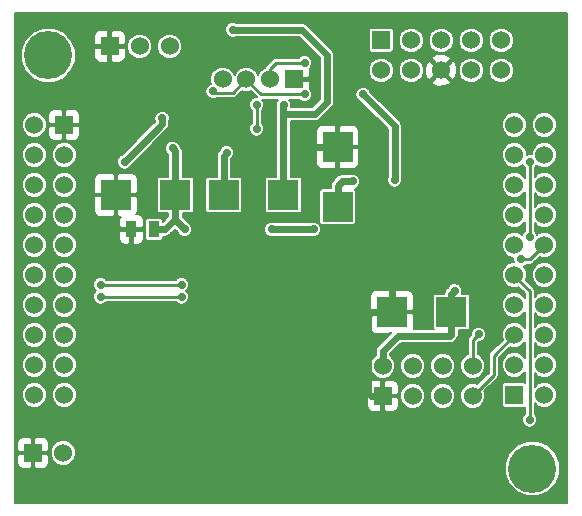
<source format=gbl>
G04 (created by PCBNEW (2013-may-18)-stable) date Вт 16 фев 2016 22:09:58*
%MOIN*%
G04 Gerber Fmt 3.4, Leading zero omitted, Abs format*
%FSLAX34Y34*%
G01*
G70*
G90*
G04 APERTURE LIST*
%ADD10C,0.00590551*%
%ADD11R,0.035X0.055*%
%ADD12R,0.06X0.06*%
%ADD13C,0.06*%
%ADD14R,0.1004X0.0984*%
%ADD15R,0.0984X0.1004*%
%ADD16C,0.16*%
%ADD17C,0.0275591*%
%ADD18C,0.023622*%
%ADD19C,0.01*%
%ADD20C,0.00787402*%
G04 APERTURE END LIST*
G54D10*
G54D11*
X29275Y-22250D03*
X28525Y-22250D03*
G54D12*
X36900Y-27800D03*
G54D13*
X36900Y-26800D03*
X37900Y-27800D03*
X37900Y-26800D03*
X38900Y-27800D03*
X38900Y-26800D03*
X39900Y-27800D03*
X39900Y-26800D03*
G54D12*
X27800Y-16150D03*
G54D13*
X28800Y-16150D03*
X29800Y-16150D03*
G54D12*
X25250Y-29700D03*
G54D13*
X26250Y-29700D03*
G54D12*
X41287Y-27767D03*
G54D13*
X42287Y-27767D03*
X41287Y-26767D03*
X42287Y-26767D03*
X41287Y-25767D03*
X42287Y-25767D03*
X41287Y-24767D03*
X42287Y-24767D03*
X41287Y-23767D03*
X42287Y-23767D03*
X41287Y-22767D03*
X42287Y-22767D03*
X41287Y-21767D03*
X42287Y-21767D03*
X41287Y-20767D03*
X42287Y-20767D03*
X41287Y-19767D03*
X42287Y-19767D03*
X41287Y-18767D03*
X42287Y-18767D03*
G54D12*
X26287Y-18767D03*
G54D13*
X25287Y-18767D03*
X26287Y-19767D03*
X25287Y-19767D03*
X26287Y-20767D03*
X25287Y-20767D03*
X26287Y-21767D03*
X25287Y-21767D03*
X26287Y-22767D03*
X25287Y-22767D03*
X26287Y-23767D03*
X25287Y-23767D03*
X26287Y-24767D03*
X25287Y-24767D03*
X26287Y-25767D03*
X25287Y-25767D03*
X26287Y-26767D03*
X25287Y-26767D03*
X26287Y-27767D03*
X25287Y-27767D03*
G54D12*
X33931Y-17250D03*
G54D13*
X33143Y-17250D03*
X32356Y-17250D03*
X31568Y-17250D03*
G54D14*
X39194Y-25000D03*
X37206Y-25000D03*
G54D15*
X35400Y-21494D03*
X35400Y-19506D03*
G54D14*
X33594Y-21100D03*
X31606Y-21100D03*
X29994Y-21100D03*
X28006Y-21100D03*
G54D12*
X36850Y-15950D03*
G54D13*
X36850Y-16950D03*
X37850Y-15950D03*
X37850Y-16950D03*
X38850Y-15950D03*
X38850Y-16950D03*
X39850Y-15950D03*
X39850Y-16950D03*
X40850Y-15950D03*
X40850Y-16950D03*
G54D16*
X25750Y-16450D03*
X41893Y-30229D03*
G54D17*
X36250Y-17750D03*
X37300Y-20600D03*
X33200Y-22250D03*
X30300Y-22250D03*
X34600Y-22250D03*
X29900Y-19550D03*
X36950Y-30500D03*
X34800Y-30500D03*
X27500Y-20000D03*
X31750Y-18500D03*
X34475Y-19775D03*
X28750Y-20250D03*
X27800Y-22050D03*
X37300Y-24050D03*
X41800Y-20000D03*
X41800Y-22500D03*
X40100Y-25750D03*
X41800Y-28600D03*
X34300Y-16700D03*
X41500Y-23250D03*
X34300Y-17750D03*
X31250Y-17650D03*
X27500Y-24500D03*
X30200Y-24500D03*
X27500Y-24100D03*
X30200Y-24100D03*
X39300Y-24300D03*
X35900Y-20650D03*
X31900Y-15600D03*
X33600Y-18100D03*
X31700Y-19700D03*
X32700Y-18100D03*
X32700Y-18900D03*
X29550Y-18550D03*
X28300Y-20000D03*
G54D18*
X37300Y-18800D02*
X37300Y-20600D01*
X36250Y-17750D02*
X37300Y-18800D01*
X33200Y-22250D02*
X34600Y-22250D01*
X30300Y-22250D02*
X29994Y-21944D01*
X29994Y-21906D02*
X29994Y-21944D01*
X29994Y-21100D02*
X29994Y-21906D01*
X29650Y-22250D02*
X29275Y-22250D01*
X29994Y-21906D02*
X29650Y-22250D01*
X29994Y-21100D02*
X29994Y-19644D01*
X29994Y-19644D02*
X29900Y-19550D01*
X35400Y-19506D02*
X34544Y-19506D01*
X34500Y-19550D02*
X34544Y-19506D01*
X34500Y-19750D02*
X34500Y-19550D01*
X34500Y-19750D02*
X34475Y-19775D01*
X37206Y-24144D02*
X37206Y-25000D01*
X37300Y-24050D02*
X37206Y-24144D01*
X36900Y-27800D02*
X36500Y-27800D01*
X36550Y-25000D02*
X37206Y-25000D01*
X36400Y-25150D02*
X36550Y-25000D01*
X36400Y-27700D02*
X36400Y-25150D01*
X36500Y-27800D02*
X36400Y-27700D01*
G54D19*
X39900Y-26800D02*
X39900Y-25950D01*
X41800Y-21100D02*
X41800Y-20000D01*
X41800Y-22500D02*
X41800Y-21100D01*
X39900Y-25950D02*
X40100Y-25750D01*
X39900Y-27800D02*
X40600Y-27100D01*
X40600Y-26455D02*
X41287Y-25767D01*
X40600Y-27100D02*
X40600Y-26455D01*
X41287Y-23787D02*
X41287Y-23767D01*
X41800Y-24300D02*
X41287Y-23787D01*
X41800Y-24350D02*
X41800Y-24300D01*
X41800Y-24400D02*
X41800Y-24350D01*
X41800Y-26600D02*
X41800Y-24400D01*
X41800Y-28600D02*
X41800Y-26600D01*
X33143Y-16906D02*
X33143Y-17250D01*
X33350Y-16700D02*
X33143Y-16906D01*
X34300Y-16700D02*
X33350Y-16700D01*
X32356Y-17250D02*
X32356Y-17256D01*
X42282Y-22767D02*
X42287Y-22767D01*
X41800Y-23250D02*
X42282Y-22767D01*
X41500Y-23250D02*
X41800Y-23250D01*
X32850Y-17750D02*
X34300Y-17750D01*
X32356Y-17256D02*
X32850Y-17750D01*
X31906Y-17700D02*
X32356Y-17250D01*
X31300Y-17700D02*
X31906Y-17700D01*
X31250Y-17650D02*
X31300Y-17700D01*
X30200Y-24500D02*
X27500Y-24500D01*
X30200Y-24100D02*
X27500Y-24100D01*
G54D18*
X39194Y-24406D02*
X39194Y-25000D01*
X39300Y-24300D02*
X39194Y-24406D01*
X36900Y-26800D02*
X36900Y-26300D01*
X36900Y-26300D02*
X37400Y-25800D01*
X37400Y-25800D02*
X39150Y-25800D01*
X39150Y-25800D02*
X39194Y-25756D01*
X39194Y-25756D02*
X39194Y-25000D01*
X35400Y-20800D02*
X35400Y-21494D01*
X35550Y-20650D02*
X35400Y-20800D01*
X35900Y-20650D02*
X35550Y-20650D01*
X34650Y-18400D02*
X33594Y-18400D01*
X35050Y-18000D02*
X34650Y-18400D01*
X35050Y-16450D02*
X35050Y-18000D01*
X34200Y-15600D02*
X35050Y-16450D01*
X31900Y-15600D02*
X34200Y-15600D01*
X33594Y-18106D02*
X33594Y-18400D01*
X33594Y-18400D02*
X33594Y-21100D01*
X33600Y-18100D02*
X33594Y-18106D01*
X31606Y-21100D02*
X31606Y-19794D01*
X31606Y-19794D02*
X31700Y-19700D01*
G54D19*
X32700Y-18900D02*
X32700Y-18100D01*
G54D18*
X29550Y-18750D02*
X29550Y-18550D01*
X28300Y-20000D02*
X29550Y-18750D01*
G54D10*
G36*
X43052Y-31352D02*
X42811Y-31352D01*
X42811Y-30047D01*
X42705Y-29790D01*
X42705Y-27684D01*
X42642Y-27531D01*
X42524Y-27413D01*
X42370Y-27349D01*
X42204Y-27349D01*
X42050Y-27413D01*
X41968Y-27495D01*
X41968Y-27039D01*
X42050Y-27121D01*
X42203Y-27185D01*
X42370Y-27185D01*
X42523Y-27122D01*
X42641Y-27004D01*
X42705Y-26851D01*
X42705Y-26684D01*
X42642Y-26531D01*
X42524Y-26413D01*
X42370Y-26349D01*
X42204Y-26349D01*
X42050Y-26413D01*
X41968Y-26495D01*
X41968Y-26039D01*
X42050Y-26121D01*
X42203Y-26185D01*
X42370Y-26185D01*
X42523Y-26122D01*
X42641Y-26004D01*
X42705Y-25851D01*
X42705Y-25684D01*
X42642Y-25531D01*
X42524Y-25413D01*
X42370Y-25349D01*
X42204Y-25349D01*
X42050Y-25413D01*
X41968Y-25495D01*
X41968Y-25039D01*
X42050Y-25121D01*
X42203Y-25185D01*
X42370Y-25185D01*
X42523Y-25122D01*
X42641Y-25004D01*
X42705Y-24851D01*
X42705Y-24684D01*
X42705Y-23684D01*
X42642Y-23531D01*
X42524Y-23413D01*
X42370Y-23349D01*
X42204Y-23349D01*
X42050Y-23413D01*
X41933Y-23530D01*
X41869Y-23684D01*
X41869Y-23850D01*
X41932Y-24004D01*
X42050Y-24121D01*
X42203Y-24185D01*
X42370Y-24185D01*
X42523Y-24122D01*
X42641Y-24004D01*
X42705Y-23851D01*
X42705Y-23684D01*
X42705Y-24684D01*
X42642Y-24531D01*
X42524Y-24413D01*
X42370Y-24349D01*
X42204Y-24349D01*
X42050Y-24413D01*
X41968Y-24495D01*
X41968Y-24400D01*
X41968Y-24350D01*
X41968Y-24300D01*
X41968Y-24300D01*
X41968Y-24300D01*
X41955Y-24235D01*
X41918Y-24181D01*
X41671Y-23933D01*
X41705Y-23851D01*
X41705Y-23684D01*
X41642Y-23531D01*
X41597Y-23486D01*
X41644Y-23467D01*
X41693Y-23418D01*
X41799Y-23418D01*
X41800Y-23418D01*
X41800Y-23418D01*
X41864Y-23405D01*
X41918Y-23368D01*
X42131Y-23155D01*
X42203Y-23185D01*
X42370Y-23185D01*
X42523Y-23122D01*
X42641Y-23004D01*
X42705Y-22851D01*
X42705Y-22684D01*
X42642Y-22531D01*
X42524Y-22413D01*
X42370Y-22349D01*
X42204Y-22349D01*
X42050Y-22413D01*
X42043Y-22420D01*
X42017Y-22355D01*
X41968Y-22306D01*
X41968Y-22039D01*
X42050Y-22121D01*
X42203Y-22185D01*
X42370Y-22185D01*
X42523Y-22122D01*
X42641Y-22004D01*
X42705Y-21851D01*
X42705Y-21684D01*
X42642Y-21531D01*
X42524Y-21413D01*
X42370Y-21349D01*
X42204Y-21349D01*
X42050Y-21413D01*
X41968Y-21495D01*
X41968Y-21100D01*
X41968Y-21039D01*
X42050Y-21121D01*
X42203Y-21185D01*
X42370Y-21185D01*
X42523Y-21122D01*
X42641Y-21004D01*
X42705Y-20851D01*
X42705Y-20684D01*
X42642Y-20531D01*
X42524Y-20413D01*
X42370Y-20349D01*
X42204Y-20349D01*
X42050Y-20413D01*
X41968Y-20495D01*
X41968Y-20193D01*
X42016Y-20145D01*
X42033Y-20105D01*
X42050Y-20121D01*
X42203Y-20185D01*
X42370Y-20185D01*
X42523Y-20122D01*
X42641Y-20004D01*
X42705Y-19851D01*
X42705Y-19684D01*
X42705Y-18684D01*
X42642Y-18531D01*
X42524Y-18413D01*
X42370Y-18349D01*
X42204Y-18349D01*
X42050Y-18413D01*
X41933Y-18530D01*
X41869Y-18684D01*
X41869Y-18850D01*
X41932Y-19004D01*
X42050Y-19121D01*
X42203Y-19185D01*
X42370Y-19185D01*
X42523Y-19122D01*
X42641Y-19004D01*
X42705Y-18851D01*
X42705Y-18684D01*
X42705Y-19684D01*
X42642Y-19531D01*
X42524Y-19413D01*
X42370Y-19349D01*
X42204Y-19349D01*
X42050Y-19413D01*
X41933Y-19530D01*
X41869Y-19684D01*
X41869Y-19751D01*
X41851Y-19744D01*
X41749Y-19744D01*
X41705Y-19762D01*
X41705Y-19684D01*
X41705Y-18684D01*
X41642Y-18531D01*
X41524Y-18413D01*
X41370Y-18349D01*
X41268Y-18349D01*
X41268Y-16867D01*
X41268Y-15867D01*
X41204Y-15713D01*
X41087Y-15595D01*
X40933Y-15531D01*
X40767Y-15531D01*
X40613Y-15595D01*
X40495Y-15712D01*
X40431Y-15866D01*
X40431Y-16032D01*
X40495Y-16186D01*
X40612Y-16304D01*
X40766Y-16368D01*
X40932Y-16368D01*
X41086Y-16304D01*
X41204Y-16187D01*
X41268Y-16033D01*
X41268Y-15867D01*
X41268Y-16867D01*
X41204Y-16713D01*
X41087Y-16595D01*
X40933Y-16531D01*
X40767Y-16531D01*
X40613Y-16595D01*
X40495Y-16712D01*
X40431Y-16866D01*
X40431Y-17032D01*
X40495Y-17186D01*
X40612Y-17304D01*
X40766Y-17368D01*
X40932Y-17368D01*
X41086Y-17304D01*
X41204Y-17187D01*
X41268Y-17033D01*
X41268Y-16867D01*
X41268Y-18349D01*
X41204Y-18349D01*
X41050Y-18413D01*
X40933Y-18530D01*
X40869Y-18684D01*
X40869Y-18850D01*
X40932Y-19004D01*
X41050Y-19121D01*
X41203Y-19185D01*
X41370Y-19185D01*
X41523Y-19122D01*
X41641Y-19004D01*
X41705Y-18851D01*
X41705Y-18684D01*
X41705Y-19684D01*
X41642Y-19531D01*
X41524Y-19413D01*
X41370Y-19349D01*
X41204Y-19349D01*
X41050Y-19413D01*
X40933Y-19530D01*
X40869Y-19684D01*
X40869Y-19850D01*
X40932Y-20004D01*
X41050Y-20121D01*
X41203Y-20185D01*
X41370Y-20185D01*
X41523Y-20122D01*
X41559Y-20087D01*
X41582Y-20144D01*
X41631Y-20193D01*
X41631Y-20520D01*
X41524Y-20413D01*
X41370Y-20349D01*
X41204Y-20349D01*
X41050Y-20413D01*
X40933Y-20530D01*
X40869Y-20684D01*
X40869Y-20850D01*
X40932Y-21004D01*
X41050Y-21121D01*
X41203Y-21185D01*
X41370Y-21185D01*
X41523Y-21122D01*
X41631Y-21014D01*
X41631Y-21100D01*
X41631Y-21520D01*
X41524Y-21413D01*
X41370Y-21349D01*
X41204Y-21349D01*
X41050Y-21413D01*
X40933Y-21530D01*
X40869Y-21684D01*
X40869Y-21850D01*
X40932Y-22004D01*
X41050Y-22121D01*
X41203Y-22185D01*
X41370Y-22185D01*
X41523Y-22122D01*
X41631Y-22014D01*
X41631Y-22306D01*
X41583Y-22354D01*
X41548Y-22437D01*
X41524Y-22413D01*
X41370Y-22349D01*
X41204Y-22349D01*
X41050Y-22413D01*
X40933Y-22530D01*
X40869Y-22684D01*
X40869Y-22850D01*
X40932Y-23004D01*
X41050Y-23121D01*
X41203Y-23185D01*
X41249Y-23185D01*
X41244Y-23198D01*
X41244Y-23300D01*
X41264Y-23349D01*
X41204Y-23349D01*
X41050Y-23413D01*
X40933Y-23530D01*
X40869Y-23684D01*
X40869Y-23850D01*
X40932Y-24004D01*
X41050Y-24121D01*
X41203Y-24185D01*
X41370Y-24185D01*
X41425Y-24163D01*
X41631Y-24369D01*
X41631Y-24400D01*
X41631Y-24520D01*
X41524Y-24413D01*
X41370Y-24349D01*
X41204Y-24349D01*
X41050Y-24413D01*
X40933Y-24530D01*
X40869Y-24684D01*
X40869Y-24850D01*
X40932Y-25004D01*
X41050Y-25121D01*
X41203Y-25185D01*
X41370Y-25185D01*
X41523Y-25122D01*
X41631Y-25014D01*
X41631Y-25520D01*
X41524Y-25413D01*
X41370Y-25349D01*
X41204Y-25349D01*
X41050Y-25413D01*
X40933Y-25530D01*
X40869Y-25684D01*
X40869Y-25850D01*
X40897Y-25919D01*
X40481Y-26336D01*
X40444Y-26390D01*
X40431Y-26455D01*
X40431Y-26455D01*
X40431Y-27030D01*
X40355Y-27106D01*
X40355Y-25699D01*
X40317Y-25605D01*
X40268Y-25556D01*
X40268Y-16867D01*
X40268Y-15867D01*
X40204Y-15713D01*
X40087Y-15595D01*
X39933Y-15531D01*
X39767Y-15531D01*
X39613Y-15595D01*
X39495Y-15712D01*
X39431Y-15866D01*
X39431Y-16032D01*
X39495Y-16186D01*
X39612Y-16304D01*
X39766Y-16368D01*
X39932Y-16368D01*
X40086Y-16304D01*
X40204Y-16187D01*
X40268Y-16033D01*
X40268Y-15867D01*
X40268Y-16867D01*
X40204Y-16713D01*
X40087Y-16595D01*
X39933Y-16531D01*
X39767Y-16531D01*
X39613Y-16595D01*
X39495Y-16712D01*
X39431Y-16866D01*
X39431Y-17032D01*
X39495Y-17186D01*
X39612Y-17304D01*
X39766Y-17368D01*
X39932Y-17368D01*
X40086Y-17304D01*
X40204Y-17187D01*
X40268Y-17033D01*
X40268Y-16867D01*
X40268Y-25556D01*
X40245Y-25533D01*
X40151Y-25494D01*
X40049Y-25494D01*
X39955Y-25532D01*
X39883Y-25604D01*
X39844Y-25698D01*
X39844Y-25768D01*
X39814Y-25798D01*
X39814Y-25468D01*
X39814Y-24484D01*
X39796Y-24441D01*
X39762Y-24407D01*
X39719Y-24389D01*
X39672Y-24389D01*
X39539Y-24389D01*
X39555Y-24351D01*
X39555Y-24249D01*
X39517Y-24155D01*
X39445Y-24083D01*
X39389Y-24060D01*
X39389Y-17039D01*
X39382Y-16825D01*
X39314Y-16661D01*
X39268Y-16647D01*
X39268Y-15867D01*
X39204Y-15713D01*
X39087Y-15595D01*
X38933Y-15531D01*
X38767Y-15531D01*
X38613Y-15595D01*
X38495Y-15712D01*
X38431Y-15866D01*
X38431Y-16032D01*
X38495Y-16186D01*
X38612Y-16304D01*
X38766Y-16368D01*
X38932Y-16368D01*
X39086Y-16304D01*
X39204Y-16187D01*
X39268Y-16033D01*
X39268Y-15867D01*
X39268Y-16647D01*
X39221Y-16634D01*
X39165Y-16689D01*
X39165Y-16578D01*
X39138Y-16485D01*
X38939Y-16410D01*
X38725Y-16417D01*
X38561Y-16485D01*
X38534Y-16578D01*
X38850Y-16894D01*
X39165Y-16578D01*
X39165Y-16689D01*
X38905Y-16950D01*
X39221Y-17265D01*
X39314Y-17238D01*
X39389Y-17039D01*
X39389Y-24060D01*
X39351Y-24044D01*
X39249Y-24044D01*
X39165Y-24078D01*
X39165Y-17321D01*
X38850Y-17005D01*
X38794Y-17061D01*
X38794Y-16950D01*
X38478Y-16634D01*
X38385Y-16661D01*
X38310Y-16860D01*
X38317Y-17074D01*
X38385Y-17238D01*
X38478Y-17265D01*
X38794Y-16950D01*
X38794Y-17061D01*
X38534Y-17321D01*
X38561Y-17414D01*
X38760Y-17489D01*
X38974Y-17482D01*
X39138Y-17414D01*
X39165Y-17321D01*
X39165Y-24078D01*
X39155Y-24082D01*
X39083Y-24154D01*
X39063Y-24202D01*
X39026Y-24238D01*
X38975Y-24315D01*
X38960Y-24389D01*
X38668Y-24389D01*
X38625Y-24407D01*
X38591Y-24441D01*
X38573Y-24484D01*
X38573Y-24531D01*
X38573Y-25515D01*
X38591Y-25558D01*
X38596Y-25563D01*
X38268Y-25563D01*
X38268Y-16867D01*
X38268Y-15867D01*
X38204Y-15713D01*
X38087Y-15595D01*
X37933Y-15531D01*
X37767Y-15531D01*
X37613Y-15595D01*
X37495Y-15712D01*
X37431Y-15866D01*
X37431Y-16032D01*
X37495Y-16186D01*
X37612Y-16304D01*
X37766Y-16368D01*
X37932Y-16368D01*
X38086Y-16304D01*
X38204Y-16187D01*
X38268Y-16033D01*
X38268Y-15867D01*
X38268Y-16867D01*
X38204Y-16713D01*
X38087Y-16595D01*
X37933Y-16531D01*
X37767Y-16531D01*
X37613Y-16595D01*
X37495Y-16712D01*
X37431Y-16866D01*
X37431Y-17032D01*
X37495Y-17186D01*
X37612Y-17304D01*
X37766Y-17368D01*
X37932Y-17368D01*
X38086Y-17304D01*
X38204Y-17187D01*
X38268Y-17033D01*
X38268Y-16867D01*
X38268Y-25563D01*
X37933Y-25563D01*
X37944Y-25539D01*
X37944Y-25445D01*
X37944Y-24554D01*
X37944Y-24460D01*
X37908Y-24374D01*
X37841Y-24307D01*
X37754Y-24271D01*
X37555Y-24271D01*
X37555Y-20549D01*
X37536Y-20501D01*
X37536Y-18800D01*
X37518Y-18709D01*
X37518Y-18709D01*
X37467Y-18632D01*
X37268Y-18434D01*
X37268Y-16867D01*
X37268Y-16867D01*
X37268Y-16226D01*
X37268Y-15626D01*
X37250Y-15583D01*
X37216Y-15549D01*
X37173Y-15531D01*
X37126Y-15531D01*
X36526Y-15531D01*
X36483Y-15549D01*
X36449Y-15583D01*
X36431Y-15626D01*
X36431Y-15673D01*
X36431Y-16273D01*
X36449Y-16316D01*
X36483Y-16350D01*
X36526Y-16368D01*
X36573Y-16368D01*
X37173Y-16368D01*
X37216Y-16350D01*
X37250Y-16316D01*
X37268Y-16273D01*
X37268Y-16226D01*
X37268Y-16867D01*
X37204Y-16713D01*
X37087Y-16595D01*
X36933Y-16531D01*
X36767Y-16531D01*
X36613Y-16595D01*
X36495Y-16712D01*
X36431Y-16866D01*
X36431Y-17032D01*
X36495Y-17186D01*
X36612Y-17304D01*
X36766Y-17368D01*
X36932Y-17368D01*
X37086Y-17304D01*
X37204Y-17187D01*
X37268Y-17033D01*
X37268Y-16867D01*
X37268Y-18434D01*
X36486Y-17652D01*
X36467Y-17605D01*
X36395Y-17533D01*
X36301Y-17494D01*
X36199Y-17494D01*
X36105Y-17532D01*
X36033Y-17604D01*
X35994Y-17698D01*
X35994Y-17800D01*
X36032Y-17894D01*
X36104Y-17966D01*
X36152Y-17986D01*
X37063Y-18897D01*
X37063Y-20501D01*
X37044Y-20548D01*
X37044Y-20650D01*
X37082Y-20744D01*
X37154Y-20816D01*
X37248Y-20855D01*
X37350Y-20855D01*
X37444Y-20817D01*
X37516Y-20745D01*
X37555Y-20651D01*
X37555Y-20549D01*
X37555Y-24271D01*
X37304Y-24271D01*
X37245Y-24330D01*
X37245Y-24960D01*
X37885Y-24960D01*
X37944Y-24901D01*
X37944Y-24554D01*
X37944Y-25445D01*
X37944Y-25098D01*
X37885Y-25039D01*
X37245Y-25039D01*
X37245Y-25047D01*
X37166Y-25047D01*
X37166Y-25039D01*
X37166Y-24960D01*
X37166Y-24330D01*
X37107Y-24271D01*
X36657Y-24271D01*
X36570Y-24307D01*
X36503Y-24374D01*
X36467Y-24460D01*
X36467Y-24554D01*
X36467Y-24901D01*
X36526Y-24960D01*
X37166Y-24960D01*
X37166Y-25039D01*
X36526Y-25039D01*
X36467Y-25098D01*
X36467Y-25445D01*
X36467Y-25539D01*
X36503Y-25625D01*
X36570Y-25692D01*
X36657Y-25728D01*
X37107Y-25728D01*
X37166Y-25669D01*
X37166Y-25699D01*
X36732Y-26132D01*
X36681Y-26209D01*
X36663Y-26300D01*
X36663Y-26445D01*
X36663Y-26445D01*
X36545Y-26562D01*
X36481Y-26716D01*
X36481Y-26882D01*
X36545Y-27036D01*
X36662Y-27154D01*
X36816Y-27218D01*
X36982Y-27218D01*
X37136Y-27154D01*
X37254Y-27037D01*
X37318Y-26883D01*
X37318Y-26717D01*
X37254Y-26563D01*
X37137Y-26445D01*
X37136Y-26445D01*
X37136Y-26397D01*
X37497Y-26036D01*
X39150Y-26036D01*
X39240Y-26018D01*
X39317Y-25967D01*
X39361Y-25923D01*
X39412Y-25846D01*
X39412Y-25846D01*
X39430Y-25756D01*
X39430Y-25610D01*
X39719Y-25610D01*
X39762Y-25592D01*
X39796Y-25558D01*
X39814Y-25515D01*
X39814Y-25468D01*
X39814Y-25798D01*
X39781Y-25831D01*
X39744Y-25885D01*
X39731Y-25950D01*
X39731Y-25950D01*
X39731Y-26417D01*
X39663Y-26445D01*
X39545Y-26562D01*
X39481Y-26716D01*
X39481Y-26882D01*
X39545Y-27036D01*
X39662Y-27154D01*
X39816Y-27218D01*
X39982Y-27218D01*
X40136Y-27154D01*
X40254Y-27037D01*
X40318Y-26883D01*
X40318Y-26717D01*
X40254Y-26563D01*
X40137Y-26445D01*
X40068Y-26417D01*
X40068Y-26019D01*
X40081Y-26005D01*
X40150Y-26005D01*
X40244Y-25967D01*
X40316Y-25895D01*
X40355Y-25801D01*
X40355Y-25699D01*
X40355Y-27106D01*
X40051Y-27410D01*
X39983Y-27381D01*
X39817Y-27381D01*
X39663Y-27445D01*
X39545Y-27562D01*
X39481Y-27716D01*
X39481Y-27882D01*
X39545Y-28036D01*
X39662Y-28154D01*
X39816Y-28218D01*
X39982Y-28218D01*
X40136Y-28154D01*
X40254Y-28037D01*
X40318Y-27883D01*
X40318Y-27717D01*
X40289Y-27648D01*
X40718Y-27218D01*
X40718Y-27218D01*
X40718Y-27218D01*
X40755Y-27164D01*
X40755Y-27164D01*
X40765Y-27112D01*
X40768Y-27100D01*
X40768Y-27100D01*
X40768Y-27100D01*
X40768Y-26524D01*
X41135Y-26157D01*
X41203Y-26185D01*
X41370Y-26185D01*
X41523Y-26122D01*
X41631Y-26014D01*
X41631Y-26520D01*
X41524Y-26413D01*
X41370Y-26349D01*
X41204Y-26349D01*
X41050Y-26413D01*
X40933Y-26530D01*
X40869Y-26684D01*
X40869Y-26850D01*
X40932Y-27004D01*
X41050Y-27121D01*
X41203Y-27185D01*
X41370Y-27185D01*
X41523Y-27122D01*
X41631Y-27014D01*
X41631Y-27358D01*
X41610Y-27349D01*
X41564Y-27349D01*
X40964Y-27349D01*
X40920Y-27367D01*
X40887Y-27400D01*
X40869Y-27444D01*
X40869Y-27491D01*
X40869Y-28091D01*
X40887Y-28134D01*
X40920Y-28167D01*
X40963Y-28185D01*
X41010Y-28185D01*
X41610Y-28185D01*
X41631Y-28177D01*
X41631Y-28406D01*
X41583Y-28454D01*
X41544Y-28548D01*
X41544Y-28650D01*
X41582Y-28744D01*
X41654Y-28816D01*
X41748Y-28855D01*
X41850Y-28855D01*
X41944Y-28817D01*
X42016Y-28745D01*
X42055Y-28651D01*
X42055Y-28549D01*
X42017Y-28455D01*
X41968Y-28406D01*
X41968Y-28039D01*
X42050Y-28121D01*
X42203Y-28185D01*
X42370Y-28185D01*
X42523Y-28122D01*
X42641Y-28004D01*
X42705Y-27851D01*
X42705Y-27684D01*
X42705Y-29790D01*
X42672Y-29710D01*
X42414Y-29451D01*
X42077Y-29311D01*
X41711Y-29311D01*
X41374Y-29450D01*
X41115Y-29708D01*
X40975Y-30046D01*
X40975Y-30411D01*
X41114Y-30748D01*
X41372Y-31007D01*
X41710Y-31147D01*
X42075Y-31147D01*
X42413Y-31008D01*
X42671Y-30750D01*
X42811Y-30412D01*
X42811Y-30047D01*
X42811Y-31352D01*
X39318Y-31352D01*
X39318Y-27717D01*
X39318Y-26717D01*
X39254Y-26563D01*
X39137Y-26445D01*
X38983Y-26381D01*
X38817Y-26381D01*
X38663Y-26445D01*
X38545Y-26562D01*
X38481Y-26716D01*
X38481Y-26882D01*
X38545Y-27036D01*
X38662Y-27154D01*
X38816Y-27218D01*
X38982Y-27218D01*
X39136Y-27154D01*
X39254Y-27037D01*
X39318Y-26883D01*
X39318Y-26717D01*
X39318Y-27717D01*
X39254Y-27563D01*
X39137Y-27445D01*
X38983Y-27381D01*
X38817Y-27381D01*
X38663Y-27445D01*
X38545Y-27562D01*
X38481Y-27716D01*
X38481Y-27882D01*
X38545Y-28036D01*
X38662Y-28154D01*
X38816Y-28218D01*
X38982Y-28218D01*
X39136Y-28154D01*
X39254Y-28037D01*
X39318Y-27883D01*
X39318Y-27717D01*
X39318Y-31352D01*
X38318Y-31352D01*
X38318Y-27717D01*
X38318Y-26717D01*
X38254Y-26563D01*
X38137Y-26445D01*
X37983Y-26381D01*
X37817Y-26381D01*
X37663Y-26445D01*
X37545Y-26562D01*
X37481Y-26716D01*
X37481Y-26882D01*
X37545Y-27036D01*
X37662Y-27154D01*
X37816Y-27218D01*
X37982Y-27218D01*
X38136Y-27154D01*
X38254Y-27037D01*
X38318Y-26883D01*
X38318Y-26717D01*
X38318Y-27717D01*
X38254Y-27563D01*
X38137Y-27445D01*
X37983Y-27381D01*
X37817Y-27381D01*
X37663Y-27445D01*
X37545Y-27562D01*
X37481Y-27716D01*
X37481Y-27882D01*
X37545Y-28036D01*
X37662Y-28154D01*
X37816Y-28218D01*
X37982Y-28218D01*
X38136Y-28154D01*
X38254Y-28037D01*
X38318Y-27883D01*
X38318Y-27717D01*
X38318Y-31352D01*
X37436Y-31352D01*
X37436Y-28053D01*
X37436Y-27546D01*
X37436Y-27452D01*
X37400Y-27366D01*
X37333Y-27299D01*
X37246Y-27263D01*
X36998Y-27263D01*
X36939Y-27322D01*
X36939Y-27760D01*
X37377Y-27760D01*
X37436Y-27701D01*
X37436Y-27546D01*
X37436Y-28053D01*
X37436Y-27898D01*
X37377Y-27839D01*
X36939Y-27839D01*
X36939Y-28277D01*
X36998Y-28336D01*
X37246Y-28336D01*
X37333Y-28300D01*
X37400Y-28233D01*
X37436Y-28147D01*
X37436Y-28053D01*
X37436Y-31352D01*
X36860Y-31352D01*
X36860Y-28277D01*
X36860Y-27839D01*
X36860Y-27760D01*
X36860Y-27322D01*
X36801Y-27263D01*
X36553Y-27263D01*
X36466Y-27299D01*
X36399Y-27366D01*
X36363Y-27452D01*
X36363Y-27546D01*
X36363Y-27701D01*
X36422Y-27760D01*
X36860Y-27760D01*
X36860Y-27839D01*
X36422Y-27839D01*
X36363Y-27898D01*
X36363Y-28053D01*
X36363Y-28147D01*
X36399Y-28233D01*
X36466Y-28300D01*
X36553Y-28336D01*
X36801Y-28336D01*
X36860Y-28277D01*
X36860Y-31352D01*
X36155Y-31352D01*
X36155Y-20599D01*
X36128Y-20532D01*
X36128Y-20054D01*
X36128Y-18957D01*
X36092Y-18870D01*
X36025Y-18803D01*
X35939Y-18767D01*
X35845Y-18767D01*
X35498Y-18767D01*
X35439Y-18826D01*
X35439Y-19466D01*
X36069Y-19466D01*
X36128Y-19407D01*
X36128Y-18957D01*
X36128Y-20054D01*
X36128Y-19604D01*
X36069Y-19545D01*
X35439Y-19545D01*
X35439Y-20185D01*
X35498Y-20244D01*
X35845Y-20244D01*
X35939Y-20244D01*
X36025Y-20208D01*
X36092Y-20141D01*
X36128Y-20054D01*
X36128Y-20532D01*
X36117Y-20505D01*
X36045Y-20433D01*
X35951Y-20394D01*
X35849Y-20394D01*
X35801Y-20413D01*
X35550Y-20413D01*
X35459Y-20431D01*
X35382Y-20482D01*
X35360Y-20505D01*
X35360Y-20185D01*
X35360Y-19545D01*
X35360Y-19466D01*
X35360Y-18826D01*
X35301Y-18767D01*
X35286Y-18767D01*
X35286Y-18000D01*
X35286Y-16450D01*
X35268Y-16359D01*
X35217Y-16282D01*
X34367Y-15432D01*
X34290Y-15381D01*
X34200Y-15363D01*
X31998Y-15363D01*
X31951Y-15344D01*
X31849Y-15344D01*
X31755Y-15382D01*
X31683Y-15454D01*
X31644Y-15548D01*
X31644Y-15650D01*
X31682Y-15744D01*
X31754Y-15816D01*
X31848Y-15855D01*
X31950Y-15855D01*
X31998Y-15836D01*
X34102Y-15836D01*
X34813Y-16547D01*
X34813Y-17902D01*
X34552Y-18163D01*
X33850Y-18163D01*
X33855Y-18151D01*
X33855Y-18049D01*
X33817Y-17955D01*
X33780Y-17918D01*
X34106Y-17918D01*
X34154Y-17966D01*
X34248Y-18005D01*
X34350Y-18005D01*
X34444Y-17967D01*
X34516Y-17895D01*
X34555Y-17801D01*
X34555Y-17699D01*
X34517Y-17605D01*
X34467Y-17555D01*
X34467Y-17503D01*
X34467Y-17348D01*
X34408Y-17289D01*
X33970Y-17289D01*
X33970Y-17297D01*
X33891Y-17297D01*
X33891Y-17289D01*
X33883Y-17289D01*
X33883Y-17210D01*
X33891Y-17210D01*
X33891Y-17202D01*
X33970Y-17202D01*
X33970Y-17210D01*
X34408Y-17210D01*
X34467Y-17151D01*
X34467Y-16996D01*
X34467Y-16902D01*
X34464Y-16897D01*
X34516Y-16845D01*
X34555Y-16751D01*
X34555Y-16649D01*
X34517Y-16555D01*
X34445Y-16483D01*
X34351Y-16444D01*
X34249Y-16444D01*
X34155Y-16482D01*
X34106Y-16531D01*
X33350Y-16531D01*
X33349Y-16531D01*
X33337Y-16534D01*
X33285Y-16544D01*
X33231Y-16581D01*
X33231Y-16581D01*
X33024Y-16787D01*
X32988Y-16841D01*
X32984Y-16863D01*
X32907Y-16895D01*
X32789Y-17012D01*
X32749Y-17107D01*
X32710Y-17013D01*
X32593Y-16895D01*
X32439Y-16831D01*
X32273Y-16831D01*
X32119Y-16895D01*
X32002Y-17012D01*
X31962Y-17107D01*
X31923Y-17013D01*
X31806Y-16895D01*
X31652Y-16831D01*
X31486Y-16831D01*
X31332Y-16895D01*
X31214Y-17012D01*
X31150Y-17166D01*
X31150Y-17332D01*
X31179Y-17402D01*
X31105Y-17432D01*
X31033Y-17504D01*
X30994Y-17598D01*
X30994Y-17700D01*
X31032Y-17794D01*
X31104Y-17866D01*
X31198Y-17905D01*
X31300Y-17905D01*
X31392Y-17868D01*
X31906Y-17868D01*
X31906Y-17868D01*
X31906Y-17868D01*
X31970Y-17855D01*
X32025Y-17818D01*
X32204Y-17639D01*
X32272Y-17668D01*
X32439Y-17668D01*
X32503Y-17641D01*
X32706Y-17844D01*
X32649Y-17844D01*
X32555Y-17882D01*
X32483Y-17954D01*
X32444Y-18048D01*
X32444Y-18150D01*
X32482Y-18244D01*
X32531Y-18293D01*
X32531Y-18706D01*
X32483Y-18754D01*
X32444Y-18848D01*
X32444Y-18950D01*
X32482Y-19044D01*
X32554Y-19116D01*
X32648Y-19155D01*
X32750Y-19155D01*
X32844Y-19117D01*
X32916Y-19045D01*
X32955Y-18951D01*
X32955Y-18849D01*
X32917Y-18755D01*
X32868Y-18706D01*
X32868Y-18293D01*
X32916Y-18245D01*
X32955Y-18151D01*
X32955Y-18049D01*
X32917Y-17955D01*
X32880Y-17918D01*
X33419Y-17918D01*
X33383Y-17954D01*
X33344Y-18048D01*
X33344Y-18150D01*
X33357Y-18183D01*
X33357Y-18400D01*
X33357Y-20489D01*
X33068Y-20489D01*
X33025Y-20507D01*
X32991Y-20541D01*
X32973Y-20584D01*
X32973Y-20631D01*
X32973Y-21615D01*
X32991Y-21658D01*
X33025Y-21692D01*
X33068Y-21710D01*
X33115Y-21710D01*
X34119Y-21710D01*
X34162Y-21692D01*
X34196Y-21658D01*
X34214Y-21615D01*
X34214Y-21568D01*
X34214Y-20584D01*
X34196Y-20541D01*
X34162Y-20507D01*
X34119Y-20489D01*
X34072Y-20489D01*
X33830Y-20489D01*
X33830Y-18636D01*
X34650Y-18636D01*
X34740Y-18618D01*
X34817Y-18567D01*
X35217Y-18167D01*
X35217Y-18167D01*
X35217Y-18167D01*
X35268Y-18090D01*
X35268Y-18090D01*
X35286Y-18000D01*
X35286Y-18000D01*
X35286Y-18767D01*
X34954Y-18767D01*
X34860Y-18767D01*
X34774Y-18803D01*
X34707Y-18870D01*
X34671Y-18957D01*
X34671Y-19407D01*
X34730Y-19466D01*
X35360Y-19466D01*
X35360Y-19545D01*
X34730Y-19545D01*
X34671Y-19604D01*
X34671Y-20054D01*
X34707Y-20141D01*
X34774Y-20208D01*
X34860Y-20244D01*
X34954Y-20244D01*
X35301Y-20244D01*
X35360Y-20185D01*
X35360Y-20505D01*
X35232Y-20632D01*
X35181Y-20709D01*
X35163Y-20800D01*
X35163Y-20873D01*
X34884Y-20873D01*
X34841Y-20891D01*
X34807Y-20925D01*
X34789Y-20968D01*
X34789Y-21015D01*
X34789Y-22019D01*
X34807Y-22062D01*
X34841Y-22096D01*
X34884Y-22114D01*
X34931Y-22114D01*
X35915Y-22114D01*
X35958Y-22096D01*
X35992Y-22062D01*
X36010Y-22019D01*
X36010Y-21972D01*
X36010Y-20968D01*
X35992Y-20925D01*
X35966Y-20899D01*
X36044Y-20867D01*
X36116Y-20795D01*
X36155Y-20701D01*
X36155Y-20599D01*
X36155Y-31352D01*
X34855Y-31352D01*
X34855Y-22199D01*
X34817Y-22105D01*
X34745Y-22033D01*
X34651Y-21994D01*
X34549Y-21994D01*
X34501Y-22013D01*
X33298Y-22013D01*
X33251Y-21994D01*
X33149Y-21994D01*
X33055Y-22032D01*
X32983Y-22104D01*
X32944Y-22198D01*
X32944Y-22300D01*
X32982Y-22394D01*
X33054Y-22466D01*
X33148Y-22505D01*
X33250Y-22505D01*
X33298Y-22486D01*
X34501Y-22486D01*
X34548Y-22505D01*
X34650Y-22505D01*
X34744Y-22467D01*
X34816Y-22395D01*
X34855Y-22301D01*
X34855Y-22199D01*
X34855Y-31352D01*
X32226Y-31352D01*
X32226Y-21568D01*
X32226Y-20584D01*
X32208Y-20541D01*
X32174Y-20507D01*
X32131Y-20489D01*
X32084Y-20489D01*
X31842Y-20489D01*
X31842Y-19918D01*
X31844Y-19917D01*
X31916Y-19845D01*
X31955Y-19751D01*
X31955Y-19649D01*
X31917Y-19555D01*
X31845Y-19483D01*
X31751Y-19444D01*
X31649Y-19444D01*
X31555Y-19482D01*
X31483Y-19554D01*
X31463Y-19602D01*
X31438Y-19626D01*
X31387Y-19703D01*
X31369Y-19794D01*
X31369Y-20489D01*
X31080Y-20489D01*
X31037Y-20507D01*
X31003Y-20541D01*
X30985Y-20584D01*
X30985Y-20631D01*
X30985Y-21615D01*
X31003Y-21658D01*
X31037Y-21692D01*
X31080Y-21710D01*
X31127Y-21710D01*
X32131Y-21710D01*
X32174Y-21692D01*
X32208Y-21658D01*
X32226Y-21615D01*
X32226Y-21568D01*
X32226Y-31352D01*
X30614Y-31352D01*
X30614Y-21568D01*
X30614Y-20584D01*
X30596Y-20541D01*
X30562Y-20507D01*
X30519Y-20489D01*
X30472Y-20489D01*
X30230Y-20489D01*
X30230Y-19644D01*
X30218Y-19583D01*
X30218Y-16067D01*
X30154Y-15913D01*
X30037Y-15795D01*
X29883Y-15731D01*
X29717Y-15731D01*
X29563Y-15795D01*
X29445Y-15912D01*
X29381Y-16066D01*
X29381Y-16232D01*
X29445Y-16386D01*
X29562Y-16504D01*
X29716Y-16568D01*
X29882Y-16568D01*
X30036Y-16504D01*
X30154Y-16387D01*
X30218Y-16233D01*
X30218Y-16067D01*
X30218Y-19583D01*
X30212Y-19553D01*
X30212Y-19553D01*
X30195Y-19528D01*
X30161Y-19476D01*
X30161Y-19476D01*
X30136Y-19452D01*
X30117Y-19405D01*
X30045Y-19333D01*
X29951Y-19294D01*
X29849Y-19294D01*
X29805Y-19311D01*
X29805Y-18499D01*
X29767Y-18405D01*
X29695Y-18333D01*
X29601Y-18294D01*
X29499Y-18294D01*
X29405Y-18332D01*
X29333Y-18404D01*
X29294Y-18498D01*
X29294Y-18600D01*
X29313Y-18648D01*
X29313Y-18652D01*
X29218Y-18747D01*
X29218Y-16067D01*
X29154Y-15913D01*
X29037Y-15795D01*
X28883Y-15731D01*
X28717Y-15731D01*
X28563Y-15795D01*
X28445Y-15912D01*
X28381Y-16066D01*
X28381Y-16232D01*
X28445Y-16386D01*
X28562Y-16504D01*
X28716Y-16568D01*
X28882Y-16568D01*
X29036Y-16504D01*
X29154Y-16387D01*
X29218Y-16233D01*
X29218Y-16067D01*
X29218Y-18747D01*
X28336Y-19629D01*
X28336Y-16403D01*
X28336Y-15896D01*
X28336Y-15802D01*
X28300Y-15716D01*
X28233Y-15649D01*
X28146Y-15613D01*
X27898Y-15613D01*
X27839Y-15672D01*
X27839Y-16110D01*
X28277Y-16110D01*
X28336Y-16051D01*
X28336Y-15896D01*
X28336Y-16403D01*
X28336Y-16248D01*
X28277Y-16189D01*
X27839Y-16189D01*
X27839Y-16627D01*
X27898Y-16686D01*
X28146Y-16686D01*
X28233Y-16650D01*
X28300Y-16583D01*
X28336Y-16497D01*
X28336Y-16403D01*
X28336Y-19629D01*
X28202Y-19763D01*
X28155Y-19782D01*
X28083Y-19854D01*
X28044Y-19948D01*
X28044Y-20050D01*
X28082Y-20144D01*
X28154Y-20216D01*
X28248Y-20255D01*
X28350Y-20255D01*
X28444Y-20217D01*
X28516Y-20145D01*
X28536Y-20097D01*
X29717Y-18917D01*
X29768Y-18840D01*
X29786Y-18750D01*
X29786Y-18648D01*
X29805Y-18601D01*
X29805Y-18499D01*
X29805Y-19311D01*
X29755Y-19332D01*
X29683Y-19404D01*
X29644Y-19498D01*
X29644Y-19600D01*
X29682Y-19694D01*
X29754Y-19766D01*
X29757Y-19768D01*
X29757Y-20489D01*
X29468Y-20489D01*
X29425Y-20507D01*
X29391Y-20541D01*
X29373Y-20584D01*
X29373Y-20631D01*
X29373Y-21615D01*
X29391Y-21658D01*
X29425Y-21692D01*
X29468Y-21710D01*
X29515Y-21710D01*
X29757Y-21710D01*
X29757Y-21808D01*
X29568Y-21997D01*
X29568Y-21951D01*
X29550Y-21908D01*
X29516Y-21874D01*
X29473Y-21856D01*
X29426Y-21856D01*
X29076Y-21856D01*
X29033Y-21874D01*
X28999Y-21908D01*
X28981Y-21951D01*
X28981Y-21998D01*
X28981Y-22548D01*
X28999Y-22591D01*
X29033Y-22625D01*
X29076Y-22643D01*
X29123Y-22643D01*
X29473Y-22643D01*
X29516Y-22625D01*
X29550Y-22591D01*
X29568Y-22548D01*
X29568Y-22501D01*
X29568Y-22486D01*
X29650Y-22486D01*
X29740Y-22468D01*
X29817Y-22417D01*
X29975Y-22259D01*
X30063Y-22347D01*
X30082Y-22394D01*
X30154Y-22466D01*
X30248Y-22505D01*
X30350Y-22505D01*
X30444Y-22467D01*
X30516Y-22395D01*
X30555Y-22301D01*
X30555Y-22199D01*
X30517Y-22105D01*
X30445Y-22033D01*
X30397Y-22013D01*
X30230Y-21846D01*
X30230Y-21710D01*
X30519Y-21710D01*
X30562Y-21692D01*
X30596Y-21658D01*
X30614Y-21615D01*
X30614Y-21568D01*
X30614Y-31352D01*
X30455Y-31352D01*
X30455Y-24449D01*
X30417Y-24355D01*
X30361Y-24299D01*
X30416Y-24245D01*
X30455Y-24151D01*
X30455Y-24049D01*
X30417Y-23955D01*
X30345Y-23883D01*
X30251Y-23844D01*
X30149Y-23844D01*
X30055Y-23882D01*
X30006Y-23931D01*
X28936Y-23931D01*
X28936Y-22478D01*
X28936Y-22021D01*
X28936Y-21927D01*
X28900Y-21841D01*
X28833Y-21774D01*
X28746Y-21738D01*
X28695Y-21738D01*
X28708Y-21725D01*
X28744Y-21639D01*
X28744Y-21545D01*
X28744Y-20654D01*
X28744Y-20560D01*
X28708Y-20474D01*
X28641Y-20407D01*
X28554Y-20371D01*
X28104Y-20371D01*
X28045Y-20430D01*
X28045Y-21060D01*
X28685Y-21060D01*
X28744Y-21001D01*
X28744Y-20654D01*
X28744Y-21545D01*
X28744Y-21198D01*
X28685Y-21139D01*
X28045Y-21139D01*
X28045Y-21769D01*
X28104Y-21828D01*
X28162Y-21828D01*
X28149Y-21841D01*
X28113Y-21927D01*
X28113Y-22021D01*
X28113Y-22151D01*
X28172Y-22210D01*
X28485Y-22210D01*
X28485Y-22202D01*
X28564Y-22202D01*
X28564Y-22210D01*
X28877Y-22210D01*
X28936Y-22151D01*
X28936Y-22021D01*
X28936Y-22478D01*
X28936Y-22348D01*
X28877Y-22289D01*
X28564Y-22289D01*
X28564Y-22702D01*
X28623Y-22761D01*
X28746Y-22761D01*
X28833Y-22725D01*
X28900Y-22658D01*
X28936Y-22572D01*
X28936Y-22478D01*
X28936Y-23931D01*
X28485Y-23931D01*
X28485Y-22702D01*
X28485Y-22289D01*
X28172Y-22289D01*
X28113Y-22348D01*
X28113Y-22478D01*
X28113Y-22572D01*
X28149Y-22658D01*
X28216Y-22725D01*
X28303Y-22761D01*
X28426Y-22761D01*
X28485Y-22702D01*
X28485Y-23931D01*
X27966Y-23931D01*
X27966Y-21769D01*
X27966Y-21139D01*
X27966Y-21060D01*
X27966Y-20430D01*
X27907Y-20371D01*
X27760Y-20371D01*
X27760Y-16627D01*
X27760Y-16189D01*
X27760Y-16110D01*
X27760Y-15672D01*
X27701Y-15613D01*
X27453Y-15613D01*
X27366Y-15649D01*
X27299Y-15716D01*
X27263Y-15802D01*
X27263Y-15896D01*
X27263Y-16051D01*
X27322Y-16110D01*
X27760Y-16110D01*
X27760Y-16189D01*
X27322Y-16189D01*
X27263Y-16248D01*
X27263Y-16403D01*
X27263Y-16497D01*
X27299Y-16583D01*
X27366Y-16650D01*
X27453Y-16686D01*
X27701Y-16686D01*
X27760Y-16627D01*
X27760Y-20371D01*
X27457Y-20371D01*
X27370Y-20407D01*
X27303Y-20474D01*
X27267Y-20560D01*
X27267Y-20654D01*
X27267Y-21001D01*
X27326Y-21060D01*
X27966Y-21060D01*
X27966Y-21139D01*
X27326Y-21139D01*
X27267Y-21198D01*
X27267Y-21545D01*
X27267Y-21639D01*
X27303Y-21725D01*
X27370Y-21792D01*
X27457Y-21828D01*
X27907Y-21828D01*
X27966Y-21769D01*
X27966Y-23931D01*
X27693Y-23931D01*
X27645Y-23883D01*
X27551Y-23844D01*
X27449Y-23844D01*
X27355Y-23882D01*
X27283Y-23954D01*
X27244Y-24048D01*
X27244Y-24150D01*
X27282Y-24244D01*
X27338Y-24300D01*
X27283Y-24354D01*
X27244Y-24448D01*
X27244Y-24550D01*
X27282Y-24644D01*
X27354Y-24716D01*
X27448Y-24755D01*
X27550Y-24755D01*
X27644Y-24717D01*
X27693Y-24668D01*
X30006Y-24668D01*
X30054Y-24716D01*
X30148Y-24755D01*
X30250Y-24755D01*
X30344Y-24717D01*
X30416Y-24645D01*
X30455Y-24551D01*
X30455Y-24449D01*
X30455Y-31352D01*
X26823Y-31352D01*
X26823Y-19114D01*
X26823Y-18420D01*
X26787Y-18334D01*
X26721Y-18267D01*
X26668Y-18245D01*
X26668Y-16268D01*
X26528Y-15930D01*
X26270Y-15672D01*
X25933Y-15532D01*
X25568Y-15531D01*
X25230Y-15671D01*
X24972Y-15929D01*
X24832Y-16266D01*
X24831Y-16631D01*
X24971Y-16969D01*
X25229Y-17227D01*
X25566Y-17367D01*
X25931Y-17368D01*
X26269Y-17228D01*
X26527Y-16970D01*
X26667Y-16633D01*
X26668Y-16268D01*
X26668Y-18245D01*
X26634Y-18231D01*
X26540Y-18231D01*
X26385Y-18231D01*
X26326Y-18290D01*
X26326Y-18728D01*
X26764Y-18728D01*
X26823Y-18669D01*
X26823Y-18420D01*
X26823Y-19114D01*
X26823Y-18866D01*
X26764Y-18807D01*
X26326Y-18807D01*
X26326Y-19244D01*
X26385Y-19303D01*
X26540Y-19303D01*
X26634Y-19303D01*
X26721Y-19267D01*
X26787Y-19201D01*
X26823Y-19114D01*
X26823Y-31352D01*
X26705Y-31352D01*
X26705Y-27684D01*
X26705Y-26684D01*
X26705Y-25684D01*
X26705Y-24684D01*
X26705Y-23684D01*
X26705Y-22684D01*
X26705Y-21684D01*
X26705Y-20684D01*
X26705Y-19684D01*
X26642Y-19531D01*
X26524Y-19413D01*
X26370Y-19349D01*
X26248Y-19349D01*
X26248Y-19244D01*
X26248Y-18807D01*
X26248Y-18728D01*
X26248Y-18290D01*
X26188Y-18231D01*
X26034Y-18231D01*
X25940Y-18231D01*
X25853Y-18267D01*
X25787Y-18334D01*
X25751Y-18420D01*
X25751Y-18669D01*
X25810Y-18728D01*
X26248Y-18728D01*
X26248Y-18807D01*
X25810Y-18807D01*
X25751Y-18866D01*
X25751Y-19114D01*
X25787Y-19201D01*
X25853Y-19267D01*
X25940Y-19303D01*
X26034Y-19303D01*
X26188Y-19303D01*
X26248Y-19244D01*
X26248Y-19349D01*
X26204Y-19349D01*
X26050Y-19413D01*
X25933Y-19530D01*
X25869Y-19684D01*
X25869Y-19850D01*
X25932Y-20004D01*
X26050Y-20121D01*
X26203Y-20185D01*
X26370Y-20185D01*
X26523Y-20122D01*
X26641Y-20004D01*
X26705Y-19851D01*
X26705Y-19684D01*
X26705Y-20684D01*
X26642Y-20531D01*
X26524Y-20413D01*
X26370Y-20349D01*
X26204Y-20349D01*
X26050Y-20413D01*
X25933Y-20530D01*
X25869Y-20684D01*
X25869Y-20850D01*
X25932Y-21004D01*
X26050Y-21121D01*
X26203Y-21185D01*
X26370Y-21185D01*
X26523Y-21122D01*
X26641Y-21004D01*
X26705Y-20851D01*
X26705Y-20684D01*
X26705Y-21684D01*
X26642Y-21531D01*
X26524Y-21413D01*
X26370Y-21349D01*
X26204Y-21349D01*
X26050Y-21413D01*
X25933Y-21530D01*
X25869Y-21684D01*
X25869Y-21850D01*
X25932Y-22004D01*
X26050Y-22121D01*
X26203Y-22185D01*
X26370Y-22185D01*
X26523Y-22122D01*
X26641Y-22004D01*
X26705Y-21851D01*
X26705Y-21684D01*
X26705Y-22684D01*
X26642Y-22531D01*
X26524Y-22413D01*
X26370Y-22349D01*
X26204Y-22349D01*
X26050Y-22413D01*
X25933Y-22530D01*
X25869Y-22684D01*
X25869Y-22850D01*
X25932Y-23004D01*
X26050Y-23121D01*
X26203Y-23185D01*
X26370Y-23185D01*
X26523Y-23122D01*
X26641Y-23004D01*
X26705Y-22851D01*
X26705Y-22684D01*
X26705Y-23684D01*
X26642Y-23531D01*
X26524Y-23413D01*
X26370Y-23349D01*
X26204Y-23349D01*
X26050Y-23413D01*
X25933Y-23530D01*
X25869Y-23684D01*
X25869Y-23850D01*
X25932Y-24004D01*
X26050Y-24121D01*
X26203Y-24185D01*
X26370Y-24185D01*
X26523Y-24122D01*
X26641Y-24004D01*
X26705Y-23851D01*
X26705Y-23684D01*
X26705Y-24684D01*
X26642Y-24531D01*
X26524Y-24413D01*
X26370Y-24349D01*
X26204Y-24349D01*
X26050Y-24413D01*
X25933Y-24530D01*
X25869Y-24684D01*
X25869Y-24850D01*
X25932Y-25004D01*
X26050Y-25121D01*
X26203Y-25185D01*
X26370Y-25185D01*
X26523Y-25122D01*
X26641Y-25004D01*
X26705Y-24851D01*
X26705Y-24684D01*
X26705Y-25684D01*
X26642Y-25531D01*
X26524Y-25413D01*
X26370Y-25349D01*
X26204Y-25349D01*
X26050Y-25413D01*
X25933Y-25530D01*
X25869Y-25684D01*
X25869Y-25850D01*
X25932Y-26004D01*
X26050Y-26121D01*
X26203Y-26185D01*
X26370Y-26185D01*
X26523Y-26122D01*
X26641Y-26004D01*
X26705Y-25851D01*
X26705Y-25684D01*
X26705Y-26684D01*
X26642Y-26531D01*
X26524Y-26413D01*
X26370Y-26349D01*
X26204Y-26349D01*
X26050Y-26413D01*
X25933Y-26530D01*
X25869Y-26684D01*
X25869Y-26850D01*
X25932Y-27004D01*
X26050Y-27121D01*
X26203Y-27185D01*
X26370Y-27185D01*
X26523Y-27122D01*
X26641Y-27004D01*
X26705Y-26851D01*
X26705Y-26684D01*
X26705Y-27684D01*
X26642Y-27531D01*
X26524Y-27413D01*
X26370Y-27349D01*
X26204Y-27349D01*
X26050Y-27413D01*
X25933Y-27530D01*
X25869Y-27684D01*
X25869Y-27850D01*
X25932Y-28004D01*
X26050Y-28121D01*
X26203Y-28185D01*
X26370Y-28185D01*
X26523Y-28122D01*
X26641Y-28004D01*
X26705Y-27851D01*
X26705Y-27684D01*
X26705Y-31352D01*
X26668Y-31352D01*
X26668Y-29617D01*
X26604Y-29463D01*
X26487Y-29345D01*
X26333Y-29281D01*
X26167Y-29281D01*
X26013Y-29345D01*
X25895Y-29462D01*
X25831Y-29616D01*
X25831Y-29782D01*
X25895Y-29936D01*
X26012Y-30054D01*
X26166Y-30118D01*
X26332Y-30118D01*
X26486Y-30054D01*
X26604Y-29937D01*
X26668Y-29783D01*
X26668Y-29617D01*
X26668Y-31352D01*
X25786Y-31352D01*
X25786Y-29953D01*
X25786Y-29446D01*
X25786Y-29352D01*
X25750Y-29266D01*
X25705Y-29221D01*
X25705Y-27684D01*
X25705Y-26684D01*
X25705Y-25684D01*
X25705Y-24684D01*
X25705Y-23684D01*
X25705Y-22684D01*
X25705Y-21684D01*
X25705Y-20684D01*
X25705Y-19684D01*
X25705Y-18684D01*
X25642Y-18531D01*
X25524Y-18413D01*
X25370Y-18349D01*
X25204Y-18349D01*
X25050Y-18413D01*
X24933Y-18530D01*
X24869Y-18684D01*
X24869Y-18850D01*
X24932Y-19004D01*
X25050Y-19121D01*
X25203Y-19185D01*
X25370Y-19185D01*
X25523Y-19122D01*
X25641Y-19004D01*
X25705Y-18851D01*
X25705Y-18684D01*
X25705Y-19684D01*
X25642Y-19531D01*
X25524Y-19413D01*
X25370Y-19349D01*
X25204Y-19349D01*
X25050Y-19413D01*
X24933Y-19530D01*
X24869Y-19684D01*
X24869Y-19850D01*
X24932Y-20004D01*
X25050Y-20121D01*
X25203Y-20185D01*
X25370Y-20185D01*
X25523Y-20122D01*
X25641Y-20004D01*
X25705Y-19851D01*
X25705Y-19684D01*
X25705Y-20684D01*
X25642Y-20531D01*
X25524Y-20413D01*
X25370Y-20349D01*
X25204Y-20349D01*
X25050Y-20413D01*
X24933Y-20530D01*
X24869Y-20684D01*
X24869Y-20850D01*
X24932Y-21004D01*
X25050Y-21121D01*
X25203Y-21185D01*
X25370Y-21185D01*
X25523Y-21122D01*
X25641Y-21004D01*
X25705Y-20851D01*
X25705Y-20684D01*
X25705Y-21684D01*
X25642Y-21531D01*
X25524Y-21413D01*
X25370Y-21349D01*
X25204Y-21349D01*
X25050Y-21413D01*
X24933Y-21530D01*
X24869Y-21684D01*
X24869Y-21850D01*
X24932Y-22004D01*
X25050Y-22121D01*
X25203Y-22185D01*
X25370Y-22185D01*
X25523Y-22122D01*
X25641Y-22004D01*
X25705Y-21851D01*
X25705Y-21684D01*
X25705Y-22684D01*
X25642Y-22531D01*
X25524Y-22413D01*
X25370Y-22349D01*
X25204Y-22349D01*
X25050Y-22413D01*
X24933Y-22530D01*
X24869Y-22684D01*
X24869Y-22850D01*
X24932Y-23004D01*
X25050Y-23121D01*
X25203Y-23185D01*
X25370Y-23185D01*
X25523Y-23122D01*
X25641Y-23004D01*
X25705Y-22851D01*
X25705Y-22684D01*
X25705Y-23684D01*
X25642Y-23531D01*
X25524Y-23413D01*
X25370Y-23349D01*
X25204Y-23349D01*
X25050Y-23413D01*
X24933Y-23530D01*
X24869Y-23684D01*
X24869Y-23850D01*
X24932Y-24004D01*
X25050Y-24121D01*
X25203Y-24185D01*
X25370Y-24185D01*
X25523Y-24122D01*
X25641Y-24004D01*
X25705Y-23851D01*
X25705Y-23684D01*
X25705Y-24684D01*
X25642Y-24531D01*
X25524Y-24413D01*
X25370Y-24349D01*
X25204Y-24349D01*
X25050Y-24413D01*
X24933Y-24530D01*
X24869Y-24684D01*
X24869Y-24850D01*
X24932Y-25004D01*
X25050Y-25121D01*
X25203Y-25185D01*
X25370Y-25185D01*
X25523Y-25122D01*
X25641Y-25004D01*
X25705Y-24851D01*
X25705Y-24684D01*
X25705Y-25684D01*
X25642Y-25531D01*
X25524Y-25413D01*
X25370Y-25349D01*
X25204Y-25349D01*
X25050Y-25413D01*
X24933Y-25530D01*
X24869Y-25684D01*
X24869Y-25850D01*
X24932Y-26004D01*
X25050Y-26121D01*
X25203Y-26185D01*
X25370Y-26185D01*
X25523Y-26122D01*
X25641Y-26004D01*
X25705Y-25851D01*
X25705Y-25684D01*
X25705Y-26684D01*
X25642Y-26531D01*
X25524Y-26413D01*
X25370Y-26349D01*
X25204Y-26349D01*
X25050Y-26413D01*
X24933Y-26530D01*
X24869Y-26684D01*
X24869Y-26850D01*
X24932Y-27004D01*
X25050Y-27121D01*
X25203Y-27185D01*
X25370Y-27185D01*
X25523Y-27122D01*
X25641Y-27004D01*
X25705Y-26851D01*
X25705Y-26684D01*
X25705Y-27684D01*
X25642Y-27531D01*
X25524Y-27413D01*
X25370Y-27349D01*
X25204Y-27349D01*
X25050Y-27413D01*
X24933Y-27530D01*
X24869Y-27684D01*
X24869Y-27850D01*
X24932Y-28004D01*
X25050Y-28121D01*
X25203Y-28185D01*
X25370Y-28185D01*
X25523Y-28122D01*
X25641Y-28004D01*
X25705Y-27851D01*
X25705Y-27684D01*
X25705Y-29221D01*
X25683Y-29199D01*
X25596Y-29163D01*
X25348Y-29163D01*
X25289Y-29222D01*
X25289Y-29660D01*
X25727Y-29660D01*
X25786Y-29601D01*
X25786Y-29446D01*
X25786Y-29953D01*
X25786Y-29798D01*
X25727Y-29739D01*
X25289Y-29739D01*
X25289Y-30177D01*
X25348Y-30236D01*
X25596Y-30236D01*
X25683Y-30200D01*
X25750Y-30133D01*
X25786Y-30047D01*
X25786Y-29953D01*
X25786Y-31352D01*
X25210Y-31352D01*
X25210Y-30177D01*
X25210Y-29739D01*
X25210Y-29660D01*
X25210Y-29222D01*
X25151Y-29163D01*
X24903Y-29163D01*
X24816Y-29199D01*
X24749Y-29266D01*
X24713Y-29352D01*
X24713Y-29446D01*
X24713Y-29601D01*
X24772Y-29660D01*
X25210Y-29660D01*
X25210Y-29739D01*
X24772Y-29739D01*
X24713Y-29798D01*
X24713Y-29953D01*
X24713Y-30047D01*
X24749Y-30133D01*
X24816Y-30200D01*
X24903Y-30236D01*
X25151Y-30236D01*
X25210Y-30177D01*
X25210Y-31352D01*
X24647Y-31352D01*
X24647Y-15047D01*
X43052Y-15047D01*
X43052Y-31352D01*
X43052Y-31352D01*
G37*
G54D20*
X43052Y-31352D02*
X42811Y-31352D01*
X42811Y-30047D01*
X42705Y-29790D01*
X42705Y-27684D01*
X42642Y-27531D01*
X42524Y-27413D01*
X42370Y-27349D01*
X42204Y-27349D01*
X42050Y-27413D01*
X41968Y-27495D01*
X41968Y-27039D01*
X42050Y-27121D01*
X42203Y-27185D01*
X42370Y-27185D01*
X42523Y-27122D01*
X42641Y-27004D01*
X42705Y-26851D01*
X42705Y-26684D01*
X42642Y-26531D01*
X42524Y-26413D01*
X42370Y-26349D01*
X42204Y-26349D01*
X42050Y-26413D01*
X41968Y-26495D01*
X41968Y-26039D01*
X42050Y-26121D01*
X42203Y-26185D01*
X42370Y-26185D01*
X42523Y-26122D01*
X42641Y-26004D01*
X42705Y-25851D01*
X42705Y-25684D01*
X42642Y-25531D01*
X42524Y-25413D01*
X42370Y-25349D01*
X42204Y-25349D01*
X42050Y-25413D01*
X41968Y-25495D01*
X41968Y-25039D01*
X42050Y-25121D01*
X42203Y-25185D01*
X42370Y-25185D01*
X42523Y-25122D01*
X42641Y-25004D01*
X42705Y-24851D01*
X42705Y-24684D01*
X42705Y-23684D01*
X42642Y-23531D01*
X42524Y-23413D01*
X42370Y-23349D01*
X42204Y-23349D01*
X42050Y-23413D01*
X41933Y-23530D01*
X41869Y-23684D01*
X41869Y-23850D01*
X41932Y-24004D01*
X42050Y-24121D01*
X42203Y-24185D01*
X42370Y-24185D01*
X42523Y-24122D01*
X42641Y-24004D01*
X42705Y-23851D01*
X42705Y-23684D01*
X42705Y-24684D01*
X42642Y-24531D01*
X42524Y-24413D01*
X42370Y-24349D01*
X42204Y-24349D01*
X42050Y-24413D01*
X41968Y-24495D01*
X41968Y-24400D01*
X41968Y-24350D01*
X41968Y-24300D01*
X41968Y-24300D01*
X41968Y-24300D01*
X41955Y-24235D01*
X41918Y-24181D01*
X41671Y-23933D01*
X41705Y-23851D01*
X41705Y-23684D01*
X41642Y-23531D01*
X41597Y-23486D01*
X41644Y-23467D01*
X41693Y-23418D01*
X41799Y-23418D01*
X41800Y-23418D01*
X41800Y-23418D01*
X41864Y-23405D01*
X41918Y-23368D01*
X42131Y-23155D01*
X42203Y-23185D01*
X42370Y-23185D01*
X42523Y-23122D01*
X42641Y-23004D01*
X42705Y-22851D01*
X42705Y-22684D01*
X42642Y-22531D01*
X42524Y-22413D01*
X42370Y-22349D01*
X42204Y-22349D01*
X42050Y-22413D01*
X42043Y-22420D01*
X42017Y-22355D01*
X41968Y-22306D01*
X41968Y-22039D01*
X42050Y-22121D01*
X42203Y-22185D01*
X42370Y-22185D01*
X42523Y-22122D01*
X42641Y-22004D01*
X42705Y-21851D01*
X42705Y-21684D01*
X42642Y-21531D01*
X42524Y-21413D01*
X42370Y-21349D01*
X42204Y-21349D01*
X42050Y-21413D01*
X41968Y-21495D01*
X41968Y-21100D01*
X41968Y-21039D01*
X42050Y-21121D01*
X42203Y-21185D01*
X42370Y-21185D01*
X42523Y-21122D01*
X42641Y-21004D01*
X42705Y-20851D01*
X42705Y-20684D01*
X42642Y-20531D01*
X42524Y-20413D01*
X42370Y-20349D01*
X42204Y-20349D01*
X42050Y-20413D01*
X41968Y-20495D01*
X41968Y-20193D01*
X42016Y-20145D01*
X42033Y-20105D01*
X42050Y-20121D01*
X42203Y-20185D01*
X42370Y-20185D01*
X42523Y-20122D01*
X42641Y-20004D01*
X42705Y-19851D01*
X42705Y-19684D01*
X42705Y-18684D01*
X42642Y-18531D01*
X42524Y-18413D01*
X42370Y-18349D01*
X42204Y-18349D01*
X42050Y-18413D01*
X41933Y-18530D01*
X41869Y-18684D01*
X41869Y-18850D01*
X41932Y-19004D01*
X42050Y-19121D01*
X42203Y-19185D01*
X42370Y-19185D01*
X42523Y-19122D01*
X42641Y-19004D01*
X42705Y-18851D01*
X42705Y-18684D01*
X42705Y-19684D01*
X42642Y-19531D01*
X42524Y-19413D01*
X42370Y-19349D01*
X42204Y-19349D01*
X42050Y-19413D01*
X41933Y-19530D01*
X41869Y-19684D01*
X41869Y-19751D01*
X41851Y-19744D01*
X41749Y-19744D01*
X41705Y-19762D01*
X41705Y-19684D01*
X41705Y-18684D01*
X41642Y-18531D01*
X41524Y-18413D01*
X41370Y-18349D01*
X41268Y-18349D01*
X41268Y-16867D01*
X41268Y-15867D01*
X41204Y-15713D01*
X41087Y-15595D01*
X40933Y-15531D01*
X40767Y-15531D01*
X40613Y-15595D01*
X40495Y-15712D01*
X40431Y-15866D01*
X40431Y-16032D01*
X40495Y-16186D01*
X40612Y-16304D01*
X40766Y-16368D01*
X40932Y-16368D01*
X41086Y-16304D01*
X41204Y-16187D01*
X41268Y-16033D01*
X41268Y-15867D01*
X41268Y-16867D01*
X41204Y-16713D01*
X41087Y-16595D01*
X40933Y-16531D01*
X40767Y-16531D01*
X40613Y-16595D01*
X40495Y-16712D01*
X40431Y-16866D01*
X40431Y-17032D01*
X40495Y-17186D01*
X40612Y-17304D01*
X40766Y-17368D01*
X40932Y-17368D01*
X41086Y-17304D01*
X41204Y-17187D01*
X41268Y-17033D01*
X41268Y-16867D01*
X41268Y-18349D01*
X41204Y-18349D01*
X41050Y-18413D01*
X40933Y-18530D01*
X40869Y-18684D01*
X40869Y-18850D01*
X40932Y-19004D01*
X41050Y-19121D01*
X41203Y-19185D01*
X41370Y-19185D01*
X41523Y-19122D01*
X41641Y-19004D01*
X41705Y-18851D01*
X41705Y-18684D01*
X41705Y-19684D01*
X41642Y-19531D01*
X41524Y-19413D01*
X41370Y-19349D01*
X41204Y-19349D01*
X41050Y-19413D01*
X40933Y-19530D01*
X40869Y-19684D01*
X40869Y-19850D01*
X40932Y-20004D01*
X41050Y-20121D01*
X41203Y-20185D01*
X41370Y-20185D01*
X41523Y-20122D01*
X41559Y-20087D01*
X41582Y-20144D01*
X41631Y-20193D01*
X41631Y-20520D01*
X41524Y-20413D01*
X41370Y-20349D01*
X41204Y-20349D01*
X41050Y-20413D01*
X40933Y-20530D01*
X40869Y-20684D01*
X40869Y-20850D01*
X40932Y-21004D01*
X41050Y-21121D01*
X41203Y-21185D01*
X41370Y-21185D01*
X41523Y-21122D01*
X41631Y-21014D01*
X41631Y-21100D01*
X41631Y-21520D01*
X41524Y-21413D01*
X41370Y-21349D01*
X41204Y-21349D01*
X41050Y-21413D01*
X40933Y-21530D01*
X40869Y-21684D01*
X40869Y-21850D01*
X40932Y-22004D01*
X41050Y-22121D01*
X41203Y-22185D01*
X41370Y-22185D01*
X41523Y-22122D01*
X41631Y-22014D01*
X41631Y-22306D01*
X41583Y-22354D01*
X41548Y-22437D01*
X41524Y-22413D01*
X41370Y-22349D01*
X41204Y-22349D01*
X41050Y-22413D01*
X40933Y-22530D01*
X40869Y-22684D01*
X40869Y-22850D01*
X40932Y-23004D01*
X41050Y-23121D01*
X41203Y-23185D01*
X41249Y-23185D01*
X41244Y-23198D01*
X41244Y-23300D01*
X41264Y-23349D01*
X41204Y-23349D01*
X41050Y-23413D01*
X40933Y-23530D01*
X40869Y-23684D01*
X40869Y-23850D01*
X40932Y-24004D01*
X41050Y-24121D01*
X41203Y-24185D01*
X41370Y-24185D01*
X41425Y-24163D01*
X41631Y-24369D01*
X41631Y-24400D01*
X41631Y-24520D01*
X41524Y-24413D01*
X41370Y-24349D01*
X41204Y-24349D01*
X41050Y-24413D01*
X40933Y-24530D01*
X40869Y-24684D01*
X40869Y-24850D01*
X40932Y-25004D01*
X41050Y-25121D01*
X41203Y-25185D01*
X41370Y-25185D01*
X41523Y-25122D01*
X41631Y-25014D01*
X41631Y-25520D01*
X41524Y-25413D01*
X41370Y-25349D01*
X41204Y-25349D01*
X41050Y-25413D01*
X40933Y-25530D01*
X40869Y-25684D01*
X40869Y-25850D01*
X40897Y-25919D01*
X40481Y-26336D01*
X40444Y-26390D01*
X40431Y-26455D01*
X40431Y-26455D01*
X40431Y-27030D01*
X40355Y-27106D01*
X40355Y-25699D01*
X40317Y-25605D01*
X40268Y-25556D01*
X40268Y-16867D01*
X40268Y-15867D01*
X40204Y-15713D01*
X40087Y-15595D01*
X39933Y-15531D01*
X39767Y-15531D01*
X39613Y-15595D01*
X39495Y-15712D01*
X39431Y-15866D01*
X39431Y-16032D01*
X39495Y-16186D01*
X39612Y-16304D01*
X39766Y-16368D01*
X39932Y-16368D01*
X40086Y-16304D01*
X40204Y-16187D01*
X40268Y-16033D01*
X40268Y-15867D01*
X40268Y-16867D01*
X40204Y-16713D01*
X40087Y-16595D01*
X39933Y-16531D01*
X39767Y-16531D01*
X39613Y-16595D01*
X39495Y-16712D01*
X39431Y-16866D01*
X39431Y-17032D01*
X39495Y-17186D01*
X39612Y-17304D01*
X39766Y-17368D01*
X39932Y-17368D01*
X40086Y-17304D01*
X40204Y-17187D01*
X40268Y-17033D01*
X40268Y-16867D01*
X40268Y-25556D01*
X40245Y-25533D01*
X40151Y-25494D01*
X40049Y-25494D01*
X39955Y-25532D01*
X39883Y-25604D01*
X39844Y-25698D01*
X39844Y-25768D01*
X39814Y-25798D01*
X39814Y-25468D01*
X39814Y-24484D01*
X39796Y-24441D01*
X39762Y-24407D01*
X39719Y-24389D01*
X39672Y-24389D01*
X39539Y-24389D01*
X39555Y-24351D01*
X39555Y-24249D01*
X39517Y-24155D01*
X39445Y-24083D01*
X39389Y-24060D01*
X39389Y-17039D01*
X39382Y-16825D01*
X39314Y-16661D01*
X39268Y-16647D01*
X39268Y-15867D01*
X39204Y-15713D01*
X39087Y-15595D01*
X38933Y-15531D01*
X38767Y-15531D01*
X38613Y-15595D01*
X38495Y-15712D01*
X38431Y-15866D01*
X38431Y-16032D01*
X38495Y-16186D01*
X38612Y-16304D01*
X38766Y-16368D01*
X38932Y-16368D01*
X39086Y-16304D01*
X39204Y-16187D01*
X39268Y-16033D01*
X39268Y-15867D01*
X39268Y-16647D01*
X39221Y-16634D01*
X39165Y-16689D01*
X39165Y-16578D01*
X39138Y-16485D01*
X38939Y-16410D01*
X38725Y-16417D01*
X38561Y-16485D01*
X38534Y-16578D01*
X38850Y-16894D01*
X39165Y-16578D01*
X39165Y-16689D01*
X38905Y-16950D01*
X39221Y-17265D01*
X39314Y-17238D01*
X39389Y-17039D01*
X39389Y-24060D01*
X39351Y-24044D01*
X39249Y-24044D01*
X39165Y-24078D01*
X39165Y-17321D01*
X38850Y-17005D01*
X38794Y-17061D01*
X38794Y-16950D01*
X38478Y-16634D01*
X38385Y-16661D01*
X38310Y-16860D01*
X38317Y-17074D01*
X38385Y-17238D01*
X38478Y-17265D01*
X38794Y-16950D01*
X38794Y-17061D01*
X38534Y-17321D01*
X38561Y-17414D01*
X38760Y-17489D01*
X38974Y-17482D01*
X39138Y-17414D01*
X39165Y-17321D01*
X39165Y-24078D01*
X39155Y-24082D01*
X39083Y-24154D01*
X39063Y-24202D01*
X39026Y-24238D01*
X38975Y-24315D01*
X38960Y-24389D01*
X38668Y-24389D01*
X38625Y-24407D01*
X38591Y-24441D01*
X38573Y-24484D01*
X38573Y-24531D01*
X38573Y-25515D01*
X38591Y-25558D01*
X38596Y-25563D01*
X38268Y-25563D01*
X38268Y-16867D01*
X38268Y-15867D01*
X38204Y-15713D01*
X38087Y-15595D01*
X37933Y-15531D01*
X37767Y-15531D01*
X37613Y-15595D01*
X37495Y-15712D01*
X37431Y-15866D01*
X37431Y-16032D01*
X37495Y-16186D01*
X37612Y-16304D01*
X37766Y-16368D01*
X37932Y-16368D01*
X38086Y-16304D01*
X38204Y-16187D01*
X38268Y-16033D01*
X38268Y-15867D01*
X38268Y-16867D01*
X38204Y-16713D01*
X38087Y-16595D01*
X37933Y-16531D01*
X37767Y-16531D01*
X37613Y-16595D01*
X37495Y-16712D01*
X37431Y-16866D01*
X37431Y-17032D01*
X37495Y-17186D01*
X37612Y-17304D01*
X37766Y-17368D01*
X37932Y-17368D01*
X38086Y-17304D01*
X38204Y-17187D01*
X38268Y-17033D01*
X38268Y-16867D01*
X38268Y-25563D01*
X37933Y-25563D01*
X37944Y-25539D01*
X37944Y-25445D01*
X37944Y-24554D01*
X37944Y-24460D01*
X37908Y-24374D01*
X37841Y-24307D01*
X37754Y-24271D01*
X37555Y-24271D01*
X37555Y-20549D01*
X37536Y-20501D01*
X37536Y-18800D01*
X37518Y-18709D01*
X37518Y-18709D01*
X37467Y-18632D01*
X37268Y-18434D01*
X37268Y-16867D01*
X37268Y-16867D01*
X37268Y-16226D01*
X37268Y-15626D01*
X37250Y-15583D01*
X37216Y-15549D01*
X37173Y-15531D01*
X37126Y-15531D01*
X36526Y-15531D01*
X36483Y-15549D01*
X36449Y-15583D01*
X36431Y-15626D01*
X36431Y-15673D01*
X36431Y-16273D01*
X36449Y-16316D01*
X36483Y-16350D01*
X36526Y-16368D01*
X36573Y-16368D01*
X37173Y-16368D01*
X37216Y-16350D01*
X37250Y-16316D01*
X37268Y-16273D01*
X37268Y-16226D01*
X37268Y-16867D01*
X37204Y-16713D01*
X37087Y-16595D01*
X36933Y-16531D01*
X36767Y-16531D01*
X36613Y-16595D01*
X36495Y-16712D01*
X36431Y-16866D01*
X36431Y-17032D01*
X36495Y-17186D01*
X36612Y-17304D01*
X36766Y-17368D01*
X36932Y-17368D01*
X37086Y-17304D01*
X37204Y-17187D01*
X37268Y-17033D01*
X37268Y-16867D01*
X37268Y-18434D01*
X36486Y-17652D01*
X36467Y-17605D01*
X36395Y-17533D01*
X36301Y-17494D01*
X36199Y-17494D01*
X36105Y-17532D01*
X36033Y-17604D01*
X35994Y-17698D01*
X35994Y-17800D01*
X36032Y-17894D01*
X36104Y-17966D01*
X36152Y-17986D01*
X37063Y-18897D01*
X37063Y-20501D01*
X37044Y-20548D01*
X37044Y-20650D01*
X37082Y-20744D01*
X37154Y-20816D01*
X37248Y-20855D01*
X37350Y-20855D01*
X37444Y-20817D01*
X37516Y-20745D01*
X37555Y-20651D01*
X37555Y-20549D01*
X37555Y-24271D01*
X37304Y-24271D01*
X37245Y-24330D01*
X37245Y-24960D01*
X37885Y-24960D01*
X37944Y-24901D01*
X37944Y-24554D01*
X37944Y-25445D01*
X37944Y-25098D01*
X37885Y-25039D01*
X37245Y-25039D01*
X37245Y-25047D01*
X37166Y-25047D01*
X37166Y-25039D01*
X37166Y-24960D01*
X37166Y-24330D01*
X37107Y-24271D01*
X36657Y-24271D01*
X36570Y-24307D01*
X36503Y-24374D01*
X36467Y-24460D01*
X36467Y-24554D01*
X36467Y-24901D01*
X36526Y-24960D01*
X37166Y-24960D01*
X37166Y-25039D01*
X36526Y-25039D01*
X36467Y-25098D01*
X36467Y-25445D01*
X36467Y-25539D01*
X36503Y-25625D01*
X36570Y-25692D01*
X36657Y-25728D01*
X37107Y-25728D01*
X37166Y-25669D01*
X37166Y-25699D01*
X36732Y-26132D01*
X36681Y-26209D01*
X36663Y-26300D01*
X36663Y-26445D01*
X36663Y-26445D01*
X36545Y-26562D01*
X36481Y-26716D01*
X36481Y-26882D01*
X36545Y-27036D01*
X36662Y-27154D01*
X36816Y-27218D01*
X36982Y-27218D01*
X37136Y-27154D01*
X37254Y-27037D01*
X37318Y-26883D01*
X37318Y-26717D01*
X37254Y-26563D01*
X37137Y-26445D01*
X37136Y-26445D01*
X37136Y-26397D01*
X37497Y-26036D01*
X39150Y-26036D01*
X39240Y-26018D01*
X39317Y-25967D01*
X39361Y-25923D01*
X39412Y-25846D01*
X39412Y-25846D01*
X39430Y-25756D01*
X39430Y-25610D01*
X39719Y-25610D01*
X39762Y-25592D01*
X39796Y-25558D01*
X39814Y-25515D01*
X39814Y-25468D01*
X39814Y-25798D01*
X39781Y-25831D01*
X39744Y-25885D01*
X39731Y-25950D01*
X39731Y-25950D01*
X39731Y-26417D01*
X39663Y-26445D01*
X39545Y-26562D01*
X39481Y-26716D01*
X39481Y-26882D01*
X39545Y-27036D01*
X39662Y-27154D01*
X39816Y-27218D01*
X39982Y-27218D01*
X40136Y-27154D01*
X40254Y-27037D01*
X40318Y-26883D01*
X40318Y-26717D01*
X40254Y-26563D01*
X40137Y-26445D01*
X40068Y-26417D01*
X40068Y-26019D01*
X40081Y-26005D01*
X40150Y-26005D01*
X40244Y-25967D01*
X40316Y-25895D01*
X40355Y-25801D01*
X40355Y-25699D01*
X40355Y-27106D01*
X40051Y-27410D01*
X39983Y-27381D01*
X39817Y-27381D01*
X39663Y-27445D01*
X39545Y-27562D01*
X39481Y-27716D01*
X39481Y-27882D01*
X39545Y-28036D01*
X39662Y-28154D01*
X39816Y-28218D01*
X39982Y-28218D01*
X40136Y-28154D01*
X40254Y-28037D01*
X40318Y-27883D01*
X40318Y-27717D01*
X40289Y-27648D01*
X40718Y-27218D01*
X40718Y-27218D01*
X40718Y-27218D01*
X40755Y-27164D01*
X40755Y-27164D01*
X40765Y-27112D01*
X40768Y-27100D01*
X40768Y-27100D01*
X40768Y-27100D01*
X40768Y-26524D01*
X41135Y-26157D01*
X41203Y-26185D01*
X41370Y-26185D01*
X41523Y-26122D01*
X41631Y-26014D01*
X41631Y-26520D01*
X41524Y-26413D01*
X41370Y-26349D01*
X41204Y-26349D01*
X41050Y-26413D01*
X40933Y-26530D01*
X40869Y-26684D01*
X40869Y-26850D01*
X40932Y-27004D01*
X41050Y-27121D01*
X41203Y-27185D01*
X41370Y-27185D01*
X41523Y-27122D01*
X41631Y-27014D01*
X41631Y-27358D01*
X41610Y-27349D01*
X41564Y-27349D01*
X40964Y-27349D01*
X40920Y-27367D01*
X40887Y-27400D01*
X40869Y-27444D01*
X40869Y-27491D01*
X40869Y-28091D01*
X40887Y-28134D01*
X40920Y-28167D01*
X40963Y-28185D01*
X41010Y-28185D01*
X41610Y-28185D01*
X41631Y-28177D01*
X41631Y-28406D01*
X41583Y-28454D01*
X41544Y-28548D01*
X41544Y-28650D01*
X41582Y-28744D01*
X41654Y-28816D01*
X41748Y-28855D01*
X41850Y-28855D01*
X41944Y-28817D01*
X42016Y-28745D01*
X42055Y-28651D01*
X42055Y-28549D01*
X42017Y-28455D01*
X41968Y-28406D01*
X41968Y-28039D01*
X42050Y-28121D01*
X42203Y-28185D01*
X42370Y-28185D01*
X42523Y-28122D01*
X42641Y-28004D01*
X42705Y-27851D01*
X42705Y-27684D01*
X42705Y-29790D01*
X42672Y-29710D01*
X42414Y-29451D01*
X42077Y-29311D01*
X41711Y-29311D01*
X41374Y-29450D01*
X41115Y-29708D01*
X40975Y-30046D01*
X40975Y-30411D01*
X41114Y-30748D01*
X41372Y-31007D01*
X41710Y-31147D01*
X42075Y-31147D01*
X42413Y-31008D01*
X42671Y-30750D01*
X42811Y-30412D01*
X42811Y-30047D01*
X42811Y-31352D01*
X39318Y-31352D01*
X39318Y-27717D01*
X39318Y-26717D01*
X39254Y-26563D01*
X39137Y-26445D01*
X38983Y-26381D01*
X38817Y-26381D01*
X38663Y-26445D01*
X38545Y-26562D01*
X38481Y-26716D01*
X38481Y-26882D01*
X38545Y-27036D01*
X38662Y-27154D01*
X38816Y-27218D01*
X38982Y-27218D01*
X39136Y-27154D01*
X39254Y-27037D01*
X39318Y-26883D01*
X39318Y-26717D01*
X39318Y-27717D01*
X39254Y-27563D01*
X39137Y-27445D01*
X38983Y-27381D01*
X38817Y-27381D01*
X38663Y-27445D01*
X38545Y-27562D01*
X38481Y-27716D01*
X38481Y-27882D01*
X38545Y-28036D01*
X38662Y-28154D01*
X38816Y-28218D01*
X38982Y-28218D01*
X39136Y-28154D01*
X39254Y-28037D01*
X39318Y-27883D01*
X39318Y-27717D01*
X39318Y-31352D01*
X38318Y-31352D01*
X38318Y-27717D01*
X38318Y-26717D01*
X38254Y-26563D01*
X38137Y-26445D01*
X37983Y-26381D01*
X37817Y-26381D01*
X37663Y-26445D01*
X37545Y-26562D01*
X37481Y-26716D01*
X37481Y-26882D01*
X37545Y-27036D01*
X37662Y-27154D01*
X37816Y-27218D01*
X37982Y-27218D01*
X38136Y-27154D01*
X38254Y-27037D01*
X38318Y-26883D01*
X38318Y-26717D01*
X38318Y-27717D01*
X38254Y-27563D01*
X38137Y-27445D01*
X37983Y-27381D01*
X37817Y-27381D01*
X37663Y-27445D01*
X37545Y-27562D01*
X37481Y-27716D01*
X37481Y-27882D01*
X37545Y-28036D01*
X37662Y-28154D01*
X37816Y-28218D01*
X37982Y-28218D01*
X38136Y-28154D01*
X38254Y-28037D01*
X38318Y-27883D01*
X38318Y-27717D01*
X38318Y-31352D01*
X37436Y-31352D01*
X37436Y-28053D01*
X37436Y-27546D01*
X37436Y-27452D01*
X37400Y-27366D01*
X37333Y-27299D01*
X37246Y-27263D01*
X36998Y-27263D01*
X36939Y-27322D01*
X36939Y-27760D01*
X37377Y-27760D01*
X37436Y-27701D01*
X37436Y-27546D01*
X37436Y-28053D01*
X37436Y-27898D01*
X37377Y-27839D01*
X36939Y-27839D01*
X36939Y-28277D01*
X36998Y-28336D01*
X37246Y-28336D01*
X37333Y-28300D01*
X37400Y-28233D01*
X37436Y-28147D01*
X37436Y-28053D01*
X37436Y-31352D01*
X36860Y-31352D01*
X36860Y-28277D01*
X36860Y-27839D01*
X36860Y-27760D01*
X36860Y-27322D01*
X36801Y-27263D01*
X36553Y-27263D01*
X36466Y-27299D01*
X36399Y-27366D01*
X36363Y-27452D01*
X36363Y-27546D01*
X36363Y-27701D01*
X36422Y-27760D01*
X36860Y-27760D01*
X36860Y-27839D01*
X36422Y-27839D01*
X36363Y-27898D01*
X36363Y-28053D01*
X36363Y-28147D01*
X36399Y-28233D01*
X36466Y-28300D01*
X36553Y-28336D01*
X36801Y-28336D01*
X36860Y-28277D01*
X36860Y-31352D01*
X36155Y-31352D01*
X36155Y-20599D01*
X36128Y-20532D01*
X36128Y-20054D01*
X36128Y-18957D01*
X36092Y-18870D01*
X36025Y-18803D01*
X35939Y-18767D01*
X35845Y-18767D01*
X35498Y-18767D01*
X35439Y-18826D01*
X35439Y-19466D01*
X36069Y-19466D01*
X36128Y-19407D01*
X36128Y-18957D01*
X36128Y-20054D01*
X36128Y-19604D01*
X36069Y-19545D01*
X35439Y-19545D01*
X35439Y-20185D01*
X35498Y-20244D01*
X35845Y-20244D01*
X35939Y-20244D01*
X36025Y-20208D01*
X36092Y-20141D01*
X36128Y-20054D01*
X36128Y-20532D01*
X36117Y-20505D01*
X36045Y-20433D01*
X35951Y-20394D01*
X35849Y-20394D01*
X35801Y-20413D01*
X35550Y-20413D01*
X35459Y-20431D01*
X35382Y-20482D01*
X35360Y-20505D01*
X35360Y-20185D01*
X35360Y-19545D01*
X35360Y-19466D01*
X35360Y-18826D01*
X35301Y-18767D01*
X35286Y-18767D01*
X35286Y-18000D01*
X35286Y-16450D01*
X35268Y-16359D01*
X35217Y-16282D01*
X34367Y-15432D01*
X34290Y-15381D01*
X34200Y-15363D01*
X31998Y-15363D01*
X31951Y-15344D01*
X31849Y-15344D01*
X31755Y-15382D01*
X31683Y-15454D01*
X31644Y-15548D01*
X31644Y-15650D01*
X31682Y-15744D01*
X31754Y-15816D01*
X31848Y-15855D01*
X31950Y-15855D01*
X31998Y-15836D01*
X34102Y-15836D01*
X34813Y-16547D01*
X34813Y-17902D01*
X34552Y-18163D01*
X33850Y-18163D01*
X33855Y-18151D01*
X33855Y-18049D01*
X33817Y-17955D01*
X33780Y-17918D01*
X34106Y-17918D01*
X34154Y-17966D01*
X34248Y-18005D01*
X34350Y-18005D01*
X34444Y-17967D01*
X34516Y-17895D01*
X34555Y-17801D01*
X34555Y-17699D01*
X34517Y-17605D01*
X34467Y-17555D01*
X34467Y-17503D01*
X34467Y-17348D01*
X34408Y-17289D01*
X33970Y-17289D01*
X33970Y-17297D01*
X33891Y-17297D01*
X33891Y-17289D01*
X33883Y-17289D01*
X33883Y-17210D01*
X33891Y-17210D01*
X33891Y-17202D01*
X33970Y-17202D01*
X33970Y-17210D01*
X34408Y-17210D01*
X34467Y-17151D01*
X34467Y-16996D01*
X34467Y-16902D01*
X34464Y-16897D01*
X34516Y-16845D01*
X34555Y-16751D01*
X34555Y-16649D01*
X34517Y-16555D01*
X34445Y-16483D01*
X34351Y-16444D01*
X34249Y-16444D01*
X34155Y-16482D01*
X34106Y-16531D01*
X33350Y-16531D01*
X33349Y-16531D01*
X33337Y-16534D01*
X33285Y-16544D01*
X33231Y-16581D01*
X33231Y-16581D01*
X33024Y-16787D01*
X32988Y-16841D01*
X32984Y-16863D01*
X32907Y-16895D01*
X32789Y-17012D01*
X32749Y-17107D01*
X32710Y-17013D01*
X32593Y-16895D01*
X32439Y-16831D01*
X32273Y-16831D01*
X32119Y-16895D01*
X32002Y-17012D01*
X31962Y-17107D01*
X31923Y-17013D01*
X31806Y-16895D01*
X31652Y-16831D01*
X31486Y-16831D01*
X31332Y-16895D01*
X31214Y-17012D01*
X31150Y-17166D01*
X31150Y-17332D01*
X31179Y-17402D01*
X31105Y-17432D01*
X31033Y-17504D01*
X30994Y-17598D01*
X30994Y-17700D01*
X31032Y-17794D01*
X31104Y-17866D01*
X31198Y-17905D01*
X31300Y-17905D01*
X31392Y-17868D01*
X31906Y-17868D01*
X31906Y-17868D01*
X31906Y-17868D01*
X31970Y-17855D01*
X32025Y-17818D01*
X32204Y-17639D01*
X32272Y-17668D01*
X32439Y-17668D01*
X32503Y-17641D01*
X32706Y-17844D01*
X32649Y-17844D01*
X32555Y-17882D01*
X32483Y-17954D01*
X32444Y-18048D01*
X32444Y-18150D01*
X32482Y-18244D01*
X32531Y-18293D01*
X32531Y-18706D01*
X32483Y-18754D01*
X32444Y-18848D01*
X32444Y-18950D01*
X32482Y-19044D01*
X32554Y-19116D01*
X32648Y-19155D01*
X32750Y-19155D01*
X32844Y-19117D01*
X32916Y-19045D01*
X32955Y-18951D01*
X32955Y-18849D01*
X32917Y-18755D01*
X32868Y-18706D01*
X32868Y-18293D01*
X32916Y-18245D01*
X32955Y-18151D01*
X32955Y-18049D01*
X32917Y-17955D01*
X32880Y-17918D01*
X33419Y-17918D01*
X33383Y-17954D01*
X33344Y-18048D01*
X33344Y-18150D01*
X33357Y-18183D01*
X33357Y-18400D01*
X33357Y-20489D01*
X33068Y-20489D01*
X33025Y-20507D01*
X32991Y-20541D01*
X32973Y-20584D01*
X32973Y-20631D01*
X32973Y-21615D01*
X32991Y-21658D01*
X33025Y-21692D01*
X33068Y-21710D01*
X33115Y-21710D01*
X34119Y-21710D01*
X34162Y-21692D01*
X34196Y-21658D01*
X34214Y-21615D01*
X34214Y-21568D01*
X34214Y-20584D01*
X34196Y-20541D01*
X34162Y-20507D01*
X34119Y-20489D01*
X34072Y-20489D01*
X33830Y-20489D01*
X33830Y-18636D01*
X34650Y-18636D01*
X34740Y-18618D01*
X34817Y-18567D01*
X35217Y-18167D01*
X35217Y-18167D01*
X35217Y-18167D01*
X35268Y-18090D01*
X35268Y-18090D01*
X35286Y-18000D01*
X35286Y-18000D01*
X35286Y-18767D01*
X34954Y-18767D01*
X34860Y-18767D01*
X34774Y-18803D01*
X34707Y-18870D01*
X34671Y-18957D01*
X34671Y-19407D01*
X34730Y-19466D01*
X35360Y-19466D01*
X35360Y-19545D01*
X34730Y-19545D01*
X34671Y-19604D01*
X34671Y-20054D01*
X34707Y-20141D01*
X34774Y-20208D01*
X34860Y-20244D01*
X34954Y-20244D01*
X35301Y-20244D01*
X35360Y-20185D01*
X35360Y-20505D01*
X35232Y-20632D01*
X35181Y-20709D01*
X35163Y-20800D01*
X35163Y-20873D01*
X34884Y-20873D01*
X34841Y-20891D01*
X34807Y-20925D01*
X34789Y-20968D01*
X34789Y-21015D01*
X34789Y-22019D01*
X34807Y-22062D01*
X34841Y-22096D01*
X34884Y-22114D01*
X34931Y-22114D01*
X35915Y-22114D01*
X35958Y-22096D01*
X35992Y-22062D01*
X36010Y-22019D01*
X36010Y-21972D01*
X36010Y-20968D01*
X35992Y-20925D01*
X35966Y-20899D01*
X36044Y-20867D01*
X36116Y-20795D01*
X36155Y-20701D01*
X36155Y-20599D01*
X36155Y-31352D01*
X34855Y-31352D01*
X34855Y-22199D01*
X34817Y-22105D01*
X34745Y-22033D01*
X34651Y-21994D01*
X34549Y-21994D01*
X34501Y-22013D01*
X33298Y-22013D01*
X33251Y-21994D01*
X33149Y-21994D01*
X33055Y-22032D01*
X32983Y-22104D01*
X32944Y-22198D01*
X32944Y-22300D01*
X32982Y-22394D01*
X33054Y-22466D01*
X33148Y-22505D01*
X33250Y-22505D01*
X33298Y-22486D01*
X34501Y-22486D01*
X34548Y-22505D01*
X34650Y-22505D01*
X34744Y-22467D01*
X34816Y-22395D01*
X34855Y-22301D01*
X34855Y-22199D01*
X34855Y-31352D01*
X32226Y-31352D01*
X32226Y-21568D01*
X32226Y-20584D01*
X32208Y-20541D01*
X32174Y-20507D01*
X32131Y-20489D01*
X32084Y-20489D01*
X31842Y-20489D01*
X31842Y-19918D01*
X31844Y-19917D01*
X31916Y-19845D01*
X31955Y-19751D01*
X31955Y-19649D01*
X31917Y-19555D01*
X31845Y-19483D01*
X31751Y-19444D01*
X31649Y-19444D01*
X31555Y-19482D01*
X31483Y-19554D01*
X31463Y-19602D01*
X31438Y-19626D01*
X31387Y-19703D01*
X31369Y-19794D01*
X31369Y-20489D01*
X31080Y-20489D01*
X31037Y-20507D01*
X31003Y-20541D01*
X30985Y-20584D01*
X30985Y-20631D01*
X30985Y-21615D01*
X31003Y-21658D01*
X31037Y-21692D01*
X31080Y-21710D01*
X31127Y-21710D01*
X32131Y-21710D01*
X32174Y-21692D01*
X32208Y-21658D01*
X32226Y-21615D01*
X32226Y-21568D01*
X32226Y-31352D01*
X30614Y-31352D01*
X30614Y-21568D01*
X30614Y-20584D01*
X30596Y-20541D01*
X30562Y-20507D01*
X30519Y-20489D01*
X30472Y-20489D01*
X30230Y-20489D01*
X30230Y-19644D01*
X30218Y-19583D01*
X30218Y-16067D01*
X30154Y-15913D01*
X30037Y-15795D01*
X29883Y-15731D01*
X29717Y-15731D01*
X29563Y-15795D01*
X29445Y-15912D01*
X29381Y-16066D01*
X29381Y-16232D01*
X29445Y-16386D01*
X29562Y-16504D01*
X29716Y-16568D01*
X29882Y-16568D01*
X30036Y-16504D01*
X30154Y-16387D01*
X30218Y-16233D01*
X30218Y-16067D01*
X30218Y-19583D01*
X30212Y-19553D01*
X30212Y-19553D01*
X30195Y-19528D01*
X30161Y-19476D01*
X30161Y-19476D01*
X30136Y-19452D01*
X30117Y-19405D01*
X30045Y-19333D01*
X29951Y-19294D01*
X29849Y-19294D01*
X29805Y-19311D01*
X29805Y-18499D01*
X29767Y-18405D01*
X29695Y-18333D01*
X29601Y-18294D01*
X29499Y-18294D01*
X29405Y-18332D01*
X29333Y-18404D01*
X29294Y-18498D01*
X29294Y-18600D01*
X29313Y-18648D01*
X29313Y-18652D01*
X29218Y-18747D01*
X29218Y-16067D01*
X29154Y-15913D01*
X29037Y-15795D01*
X28883Y-15731D01*
X28717Y-15731D01*
X28563Y-15795D01*
X28445Y-15912D01*
X28381Y-16066D01*
X28381Y-16232D01*
X28445Y-16386D01*
X28562Y-16504D01*
X28716Y-16568D01*
X28882Y-16568D01*
X29036Y-16504D01*
X29154Y-16387D01*
X29218Y-16233D01*
X29218Y-16067D01*
X29218Y-18747D01*
X28336Y-19629D01*
X28336Y-16403D01*
X28336Y-15896D01*
X28336Y-15802D01*
X28300Y-15716D01*
X28233Y-15649D01*
X28146Y-15613D01*
X27898Y-15613D01*
X27839Y-15672D01*
X27839Y-16110D01*
X28277Y-16110D01*
X28336Y-16051D01*
X28336Y-15896D01*
X28336Y-16403D01*
X28336Y-16248D01*
X28277Y-16189D01*
X27839Y-16189D01*
X27839Y-16627D01*
X27898Y-16686D01*
X28146Y-16686D01*
X28233Y-16650D01*
X28300Y-16583D01*
X28336Y-16497D01*
X28336Y-16403D01*
X28336Y-19629D01*
X28202Y-19763D01*
X28155Y-19782D01*
X28083Y-19854D01*
X28044Y-19948D01*
X28044Y-20050D01*
X28082Y-20144D01*
X28154Y-20216D01*
X28248Y-20255D01*
X28350Y-20255D01*
X28444Y-20217D01*
X28516Y-20145D01*
X28536Y-20097D01*
X29717Y-18917D01*
X29768Y-18840D01*
X29786Y-18750D01*
X29786Y-18648D01*
X29805Y-18601D01*
X29805Y-18499D01*
X29805Y-19311D01*
X29755Y-19332D01*
X29683Y-19404D01*
X29644Y-19498D01*
X29644Y-19600D01*
X29682Y-19694D01*
X29754Y-19766D01*
X29757Y-19768D01*
X29757Y-20489D01*
X29468Y-20489D01*
X29425Y-20507D01*
X29391Y-20541D01*
X29373Y-20584D01*
X29373Y-20631D01*
X29373Y-21615D01*
X29391Y-21658D01*
X29425Y-21692D01*
X29468Y-21710D01*
X29515Y-21710D01*
X29757Y-21710D01*
X29757Y-21808D01*
X29568Y-21997D01*
X29568Y-21951D01*
X29550Y-21908D01*
X29516Y-21874D01*
X29473Y-21856D01*
X29426Y-21856D01*
X29076Y-21856D01*
X29033Y-21874D01*
X28999Y-21908D01*
X28981Y-21951D01*
X28981Y-21998D01*
X28981Y-22548D01*
X28999Y-22591D01*
X29033Y-22625D01*
X29076Y-22643D01*
X29123Y-22643D01*
X29473Y-22643D01*
X29516Y-22625D01*
X29550Y-22591D01*
X29568Y-22548D01*
X29568Y-22501D01*
X29568Y-22486D01*
X29650Y-22486D01*
X29740Y-22468D01*
X29817Y-22417D01*
X29975Y-22259D01*
X30063Y-22347D01*
X30082Y-22394D01*
X30154Y-22466D01*
X30248Y-22505D01*
X30350Y-22505D01*
X30444Y-22467D01*
X30516Y-22395D01*
X30555Y-22301D01*
X30555Y-22199D01*
X30517Y-22105D01*
X30445Y-22033D01*
X30397Y-22013D01*
X30230Y-21846D01*
X30230Y-21710D01*
X30519Y-21710D01*
X30562Y-21692D01*
X30596Y-21658D01*
X30614Y-21615D01*
X30614Y-21568D01*
X30614Y-31352D01*
X30455Y-31352D01*
X30455Y-24449D01*
X30417Y-24355D01*
X30361Y-24299D01*
X30416Y-24245D01*
X30455Y-24151D01*
X30455Y-24049D01*
X30417Y-23955D01*
X30345Y-23883D01*
X30251Y-23844D01*
X30149Y-23844D01*
X30055Y-23882D01*
X30006Y-23931D01*
X28936Y-23931D01*
X28936Y-22478D01*
X28936Y-22021D01*
X28936Y-21927D01*
X28900Y-21841D01*
X28833Y-21774D01*
X28746Y-21738D01*
X28695Y-21738D01*
X28708Y-21725D01*
X28744Y-21639D01*
X28744Y-21545D01*
X28744Y-20654D01*
X28744Y-20560D01*
X28708Y-20474D01*
X28641Y-20407D01*
X28554Y-20371D01*
X28104Y-20371D01*
X28045Y-20430D01*
X28045Y-21060D01*
X28685Y-21060D01*
X28744Y-21001D01*
X28744Y-20654D01*
X28744Y-21545D01*
X28744Y-21198D01*
X28685Y-21139D01*
X28045Y-21139D01*
X28045Y-21769D01*
X28104Y-21828D01*
X28162Y-21828D01*
X28149Y-21841D01*
X28113Y-21927D01*
X28113Y-22021D01*
X28113Y-22151D01*
X28172Y-22210D01*
X28485Y-22210D01*
X28485Y-22202D01*
X28564Y-22202D01*
X28564Y-22210D01*
X28877Y-22210D01*
X28936Y-22151D01*
X28936Y-22021D01*
X28936Y-22478D01*
X28936Y-22348D01*
X28877Y-22289D01*
X28564Y-22289D01*
X28564Y-22702D01*
X28623Y-22761D01*
X28746Y-22761D01*
X28833Y-22725D01*
X28900Y-22658D01*
X28936Y-22572D01*
X28936Y-22478D01*
X28936Y-23931D01*
X28485Y-23931D01*
X28485Y-22702D01*
X28485Y-22289D01*
X28172Y-22289D01*
X28113Y-22348D01*
X28113Y-22478D01*
X28113Y-22572D01*
X28149Y-22658D01*
X28216Y-22725D01*
X28303Y-22761D01*
X28426Y-22761D01*
X28485Y-22702D01*
X28485Y-23931D01*
X27966Y-23931D01*
X27966Y-21769D01*
X27966Y-21139D01*
X27966Y-21060D01*
X27966Y-20430D01*
X27907Y-20371D01*
X27760Y-20371D01*
X27760Y-16627D01*
X27760Y-16189D01*
X27760Y-16110D01*
X27760Y-15672D01*
X27701Y-15613D01*
X27453Y-15613D01*
X27366Y-15649D01*
X27299Y-15716D01*
X27263Y-15802D01*
X27263Y-15896D01*
X27263Y-16051D01*
X27322Y-16110D01*
X27760Y-16110D01*
X27760Y-16189D01*
X27322Y-16189D01*
X27263Y-16248D01*
X27263Y-16403D01*
X27263Y-16497D01*
X27299Y-16583D01*
X27366Y-16650D01*
X27453Y-16686D01*
X27701Y-16686D01*
X27760Y-16627D01*
X27760Y-20371D01*
X27457Y-20371D01*
X27370Y-20407D01*
X27303Y-20474D01*
X27267Y-20560D01*
X27267Y-20654D01*
X27267Y-21001D01*
X27326Y-21060D01*
X27966Y-21060D01*
X27966Y-21139D01*
X27326Y-21139D01*
X27267Y-21198D01*
X27267Y-21545D01*
X27267Y-21639D01*
X27303Y-21725D01*
X27370Y-21792D01*
X27457Y-21828D01*
X27907Y-21828D01*
X27966Y-21769D01*
X27966Y-23931D01*
X27693Y-23931D01*
X27645Y-23883D01*
X27551Y-23844D01*
X27449Y-23844D01*
X27355Y-23882D01*
X27283Y-23954D01*
X27244Y-24048D01*
X27244Y-24150D01*
X27282Y-24244D01*
X27338Y-24300D01*
X27283Y-24354D01*
X27244Y-24448D01*
X27244Y-24550D01*
X27282Y-24644D01*
X27354Y-24716D01*
X27448Y-24755D01*
X27550Y-24755D01*
X27644Y-24717D01*
X27693Y-24668D01*
X30006Y-24668D01*
X30054Y-24716D01*
X30148Y-24755D01*
X30250Y-24755D01*
X30344Y-24717D01*
X30416Y-24645D01*
X30455Y-24551D01*
X30455Y-24449D01*
X30455Y-31352D01*
X26823Y-31352D01*
X26823Y-19114D01*
X26823Y-18420D01*
X26787Y-18334D01*
X26721Y-18267D01*
X26668Y-18245D01*
X26668Y-16268D01*
X26528Y-15930D01*
X26270Y-15672D01*
X25933Y-15532D01*
X25568Y-15531D01*
X25230Y-15671D01*
X24972Y-15929D01*
X24832Y-16266D01*
X24831Y-16631D01*
X24971Y-16969D01*
X25229Y-17227D01*
X25566Y-17367D01*
X25931Y-17368D01*
X26269Y-17228D01*
X26527Y-16970D01*
X26667Y-16633D01*
X26668Y-16268D01*
X26668Y-18245D01*
X26634Y-18231D01*
X26540Y-18231D01*
X26385Y-18231D01*
X26326Y-18290D01*
X26326Y-18728D01*
X26764Y-18728D01*
X26823Y-18669D01*
X26823Y-18420D01*
X26823Y-19114D01*
X26823Y-18866D01*
X26764Y-18807D01*
X26326Y-18807D01*
X26326Y-19244D01*
X26385Y-19303D01*
X26540Y-19303D01*
X26634Y-19303D01*
X26721Y-19267D01*
X26787Y-19201D01*
X26823Y-19114D01*
X26823Y-31352D01*
X26705Y-31352D01*
X26705Y-27684D01*
X26705Y-26684D01*
X26705Y-25684D01*
X26705Y-24684D01*
X26705Y-23684D01*
X26705Y-22684D01*
X26705Y-21684D01*
X26705Y-20684D01*
X26705Y-19684D01*
X26642Y-19531D01*
X26524Y-19413D01*
X26370Y-19349D01*
X26248Y-19349D01*
X26248Y-19244D01*
X26248Y-18807D01*
X26248Y-18728D01*
X26248Y-18290D01*
X26188Y-18231D01*
X26034Y-18231D01*
X25940Y-18231D01*
X25853Y-18267D01*
X25787Y-18334D01*
X25751Y-18420D01*
X25751Y-18669D01*
X25810Y-18728D01*
X26248Y-18728D01*
X26248Y-18807D01*
X25810Y-18807D01*
X25751Y-18866D01*
X25751Y-19114D01*
X25787Y-19201D01*
X25853Y-19267D01*
X25940Y-19303D01*
X26034Y-19303D01*
X26188Y-19303D01*
X26248Y-19244D01*
X26248Y-19349D01*
X26204Y-19349D01*
X26050Y-19413D01*
X25933Y-19530D01*
X25869Y-19684D01*
X25869Y-19850D01*
X25932Y-20004D01*
X26050Y-20121D01*
X26203Y-20185D01*
X26370Y-20185D01*
X26523Y-20122D01*
X26641Y-20004D01*
X26705Y-19851D01*
X26705Y-19684D01*
X26705Y-20684D01*
X26642Y-20531D01*
X26524Y-20413D01*
X26370Y-20349D01*
X26204Y-20349D01*
X26050Y-20413D01*
X25933Y-20530D01*
X25869Y-20684D01*
X25869Y-20850D01*
X25932Y-21004D01*
X26050Y-21121D01*
X26203Y-21185D01*
X26370Y-21185D01*
X26523Y-21122D01*
X26641Y-21004D01*
X26705Y-20851D01*
X26705Y-20684D01*
X26705Y-21684D01*
X26642Y-21531D01*
X26524Y-21413D01*
X26370Y-21349D01*
X26204Y-21349D01*
X26050Y-21413D01*
X25933Y-21530D01*
X25869Y-21684D01*
X25869Y-21850D01*
X25932Y-22004D01*
X26050Y-22121D01*
X26203Y-22185D01*
X26370Y-22185D01*
X26523Y-22122D01*
X26641Y-22004D01*
X26705Y-21851D01*
X26705Y-21684D01*
X26705Y-22684D01*
X26642Y-22531D01*
X26524Y-22413D01*
X26370Y-22349D01*
X26204Y-22349D01*
X26050Y-22413D01*
X25933Y-22530D01*
X25869Y-22684D01*
X25869Y-22850D01*
X25932Y-23004D01*
X26050Y-23121D01*
X26203Y-23185D01*
X26370Y-23185D01*
X26523Y-23122D01*
X26641Y-23004D01*
X26705Y-22851D01*
X26705Y-22684D01*
X26705Y-23684D01*
X26642Y-23531D01*
X26524Y-23413D01*
X26370Y-23349D01*
X26204Y-23349D01*
X26050Y-23413D01*
X25933Y-23530D01*
X25869Y-23684D01*
X25869Y-23850D01*
X25932Y-24004D01*
X26050Y-24121D01*
X26203Y-24185D01*
X26370Y-24185D01*
X26523Y-24122D01*
X26641Y-24004D01*
X26705Y-23851D01*
X26705Y-23684D01*
X26705Y-24684D01*
X26642Y-24531D01*
X26524Y-24413D01*
X26370Y-24349D01*
X26204Y-24349D01*
X26050Y-24413D01*
X25933Y-24530D01*
X25869Y-24684D01*
X25869Y-24850D01*
X25932Y-25004D01*
X26050Y-25121D01*
X26203Y-25185D01*
X26370Y-25185D01*
X26523Y-25122D01*
X26641Y-25004D01*
X26705Y-24851D01*
X26705Y-24684D01*
X26705Y-25684D01*
X26642Y-25531D01*
X26524Y-25413D01*
X26370Y-25349D01*
X26204Y-25349D01*
X26050Y-25413D01*
X25933Y-25530D01*
X25869Y-25684D01*
X25869Y-25850D01*
X25932Y-26004D01*
X26050Y-26121D01*
X26203Y-26185D01*
X26370Y-26185D01*
X26523Y-26122D01*
X26641Y-26004D01*
X26705Y-25851D01*
X26705Y-25684D01*
X26705Y-26684D01*
X26642Y-26531D01*
X26524Y-26413D01*
X26370Y-26349D01*
X26204Y-26349D01*
X26050Y-26413D01*
X25933Y-26530D01*
X25869Y-26684D01*
X25869Y-26850D01*
X25932Y-27004D01*
X26050Y-27121D01*
X26203Y-27185D01*
X26370Y-27185D01*
X26523Y-27122D01*
X26641Y-27004D01*
X26705Y-26851D01*
X26705Y-26684D01*
X26705Y-27684D01*
X26642Y-27531D01*
X26524Y-27413D01*
X26370Y-27349D01*
X26204Y-27349D01*
X26050Y-27413D01*
X25933Y-27530D01*
X25869Y-27684D01*
X25869Y-27850D01*
X25932Y-28004D01*
X26050Y-28121D01*
X26203Y-28185D01*
X26370Y-28185D01*
X26523Y-28122D01*
X26641Y-28004D01*
X26705Y-27851D01*
X26705Y-27684D01*
X26705Y-31352D01*
X26668Y-31352D01*
X26668Y-29617D01*
X26604Y-29463D01*
X26487Y-29345D01*
X26333Y-29281D01*
X26167Y-29281D01*
X26013Y-29345D01*
X25895Y-29462D01*
X25831Y-29616D01*
X25831Y-29782D01*
X25895Y-29936D01*
X26012Y-30054D01*
X26166Y-30118D01*
X26332Y-30118D01*
X26486Y-30054D01*
X26604Y-29937D01*
X26668Y-29783D01*
X26668Y-29617D01*
X26668Y-31352D01*
X25786Y-31352D01*
X25786Y-29953D01*
X25786Y-29446D01*
X25786Y-29352D01*
X25750Y-29266D01*
X25705Y-29221D01*
X25705Y-27684D01*
X25705Y-26684D01*
X25705Y-25684D01*
X25705Y-24684D01*
X25705Y-23684D01*
X25705Y-22684D01*
X25705Y-21684D01*
X25705Y-20684D01*
X25705Y-19684D01*
X25705Y-18684D01*
X25642Y-18531D01*
X25524Y-18413D01*
X25370Y-18349D01*
X25204Y-18349D01*
X25050Y-18413D01*
X24933Y-18530D01*
X24869Y-18684D01*
X24869Y-18850D01*
X24932Y-19004D01*
X25050Y-19121D01*
X25203Y-19185D01*
X25370Y-19185D01*
X25523Y-19122D01*
X25641Y-19004D01*
X25705Y-18851D01*
X25705Y-18684D01*
X25705Y-19684D01*
X25642Y-19531D01*
X25524Y-19413D01*
X25370Y-19349D01*
X25204Y-19349D01*
X25050Y-19413D01*
X24933Y-19530D01*
X24869Y-19684D01*
X24869Y-19850D01*
X24932Y-20004D01*
X25050Y-20121D01*
X25203Y-20185D01*
X25370Y-20185D01*
X25523Y-20122D01*
X25641Y-20004D01*
X25705Y-19851D01*
X25705Y-19684D01*
X25705Y-20684D01*
X25642Y-20531D01*
X25524Y-20413D01*
X25370Y-20349D01*
X25204Y-20349D01*
X25050Y-20413D01*
X24933Y-20530D01*
X24869Y-20684D01*
X24869Y-20850D01*
X24932Y-21004D01*
X25050Y-21121D01*
X25203Y-21185D01*
X25370Y-21185D01*
X25523Y-21122D01*
X25641Y-21004D01*
X25705Y-20851D01*
X25705Y-20684D01*
X25705Y-21684D01*
X25642Y-21531D01*
X25524Y-21413D01*
X25370Y-21349D01*
X25204Y-21349D01*
X25050Y-21413D01*
X24933Y-21530D01*
X24869Y-21684D01*
X24869Y-21850D01*
X24932Y-22004D01*
X25050Y-22121D01*
X25203Y-22185D01*
X25370Y-22185D01*
X25523Y-22122D01*
X25641Y-22004D01*
X25705Y-21851D01*
X25705Y-21684D01*
X25705Y-22684D01*
X25642Y-22531D01*
X25524Y-22413D01*
X25370Y-22349D01*
X25204Y-22349D01*
X25050Y-22413D01*
X24933Y-22530D01*
X24869Y-22684D01*
X24869Y-22850D01*
X24932Y-23004D01*
X25050Y-23121D01*
X25203Y-23185D01*
X25370Y-23185D01*
X25523Y-23122D01*
X25641Y-23004D01*
X25705Y-22851D01*
X25705Y-22684D01*
X25705Y-23684D01*
X25642Y-23531D01*
X25524Y-23413D01*
X25370Y-23349D01*
X25204Y-23349D01*
X25050Y-23413D01*
X24933Y-23530D01*
X24869Y-23684D01*
X24869Y-23850D01*
X24932Y-24004D01*
X25050Y-24121D01*
X25203Y-24185D01*
X25370Y-24185D01*
X25523Y-24122D01*
X25641Y-24004D01*
X25705Y-23851D01*
X25705Y-23684D01*
X25705Y-24684D01*
X25642Y-24531D01*
X25524Y-24413D01*
X25370Y-24349D01*
X25204Y-24349D01*
X25050Y-24413D01*
X24933Y-24530D01*
X24869Y-24684D01*
X24869Y-24850D01*
X24932Y-25004D01*
X25050Y-25121D01*
X25203Y-25185D01*
X25370Y-25185D01*
X25523Y-25122D01*
X25641Y-25004D01*
X25705Y-24851D01*
X25705Y-24684D01*
X25705Y-25684D01*
X25642Y-25531D01*
X25524Y-25413D01*
X25370Y-25349D01*
X25204Y-25349D01*
X25050Y-25413D01*
X24933Y-25530D01*
X24869Y-25684D01*
X24869Y-25850D01*
X24932Y-26004D01*
X25050Y-26121D01*
X25203Y-26185D01*
X25370Y-26185D01*
X25523Y-26122D01*
X25641Y-26004D01*
X25705Y-25851D01*
X25705Y-25684D01*
X25705Y-26684D01*
X25642Y-26531D01*
X25524Y-26413D01*
X25370Y-26349D01*
X25204Y-26349D01*
X25050Y-26413D01*
X24933Y-26530D01*
X24869Y-26684D01*
X24869Y-26850D01*
X24932Y-27004D01*
X25050Y-27121D01*
X25203Y-27185D01*
X25370Y-27185D01*
X25523Y-27122D01*
X25641Y-27004D01*
X25705Y-26851D01*
X25705Y-26684D01*
X25705Y-27684D01*
X25642Y-27531D01*
X25524Y-27413D01*
X25370Y-27349D01*
X25204Y-27349D01*
X25050Y-27413D01*
X24933Y-27530D01*
X24869Y-27684D01*
X24869Y-27850D01*
X24932Y-28004D01*
X25050Y-28121D01*
X25203Y-28185D01*
X25370Y-28185D01*
X25523Y-28122D01*
X25641Y-28004D01*
X25705Y-27851D01*
X25705Y-27684D01*
X25705Y-29221D01*
X25683Y-29199D01*
X25596Y-29163D01*
X25348Y-29163D01*
X25289Y-29222D01*
X25289Y-29660D01*
X25727Y-29660D01*
X25786Y-29601D01*
X25786Y-29446D01*
X25786Y-29953D01*
X25786Y-29798D01*
X25727Y-29739D01*
X25289Y-29739D01*
X25289Y-30177D01*
X25348Y-30236D01*
X25596Y-30236D01*
X25683Y-30200D01*
X25750Y-30133D01*
X25786Y-30047D01*
X25786Y-29953D01*
X25786Y-31352D01*
X25210Y-31352D01*
X25210Y-30177D01*
X25210Y-29739D01*
X25210Y-29660D01*
X25210Y-29222D01*
X25151Y-29163D01*
X24903Y-29163D01*
X24816Y-29199D01*
X24749Y-29266D01*
X24713Y-29352D01*
X24713Y-29446D01*
X24713Y-29601D01*
X24772Y-29660D01*
X25210Y-29660D01*
X25210Y-29739D01*
X24772Y-29739D01*
X24713Y-29798D01*
X24713Y-29953D01*
X24713Y-30047D01*
X24749Y-30133D01*
X24816Y-30200D01*
X24903Y-30236D01*
X25151Y-30236D01*
X25210Y-30177D01*
X25210Y-31352D01*
X24647Y-31352D01*
X24647Y-15047D01*
X43052Y-15047D01*
X43052Y-31352D01*
M02*

</source>
